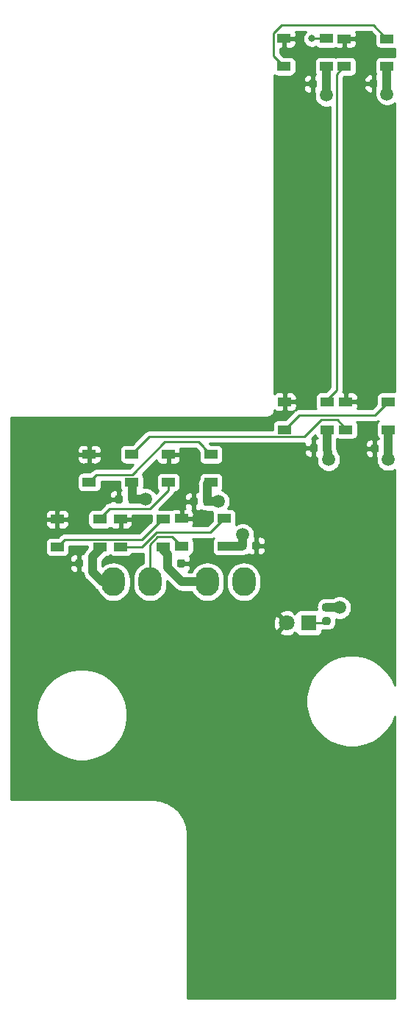
<source format=gbr>
%TF.GenerationSoftware,KiCad,Pcbnew,(5.1.10)-1*%
%TF.CreationDate,2021-11-16T18:42:01+11:00*%
%TF.ProjectId,GEN TIE PCB V2,47454e20-5449-4452-9050-43422056322e,rev?*%
%TF.SameCoordinates,Original*%
%TF.FileFunction,Copper,L1,Top*%
%TF.FilePolarity,Positive*%
%FSLAX46Y46*%
G04 Gerber Fmt 4.6, Leading zero omitted, Abs format (unit mm)*
G04 Created by KiCad (PCBNEW (5.1.10)-1) date 2021-11-16 18:42:01*
%MOMM*%
%LPD*%
G01*
G04 APERTURE LIST*
%TA.AperFunction,ComponentPad*%
%ADD10O,2.700000X3.300000*%
%TD*%
%TA.AperFunction,SMDPad,CuDef*%
%ADD11R,1.500000X1.000000*%
%TD*%
%TA.AperFunction,ComponentPad*%
%ADD12C,1.800000*%
%TD*%
%TA.AperFunction,ComponentPad*%
%ADD13R,1.800000X1.800000*%
%TD*%
%TA.AperFunction,ViaPad*%
%ADD14C,1.500000*%
%TD*%
%TA.AperFunction,ViaPad*%
%ADD15C,0.800000*%
%TD*%
%TA.AperFunction,Conductor*%
%ADD16C,0.250000*%
%TD*%
%TA.AperFunction,Conductor*%
%ADD17C,1.000000*%
%TD*%
%TA.AperFunction,Conductor*%
%ADD18C,0.254000*%
%TD*%
%TA.AperFunction,Conductor*%
%ADD19C,0.100000*%
%TD*%
G04 APERTURE END LIST*
D10*
%TO.P,J1,4*%
%TO.N,/DATAIN*%
X144662000Y-111848000D03*
%TO.P,J1,3*%
%TO.N,/LEDGND*%
X140462000Y-111848000D03*
%TO.P,J1,2*%
%TO.N,/LED+5V*%
X144662000Y-117348000D03*
%TO.P,J1,1*%
%TA.AperFunction,ComponentPad*%
G36*
G01*
X139112000Y-118746900D02*
X139112000Y-115949100D01*
G75*
G02*
X139363100Y-115698000I251100J0D01*
G01*
X141560900Y-115698000D01*
G75*
G02*
X141812000Y-115949100I0J-251100D01*
G01*
X141812000Y-118746900D01*
G75*
G02*
X141560900Y-118998000I-251100J0D01*
G01*
X139363100Y-118998000D01*
G75*
G02*
X139112000Y-118746900I0J251100D01*
G01*
G37*
%TD.AperFunction*%
%TD*%
%TO.P,J2,4*%
%TO.N,/DATAOUT*%
X133858000Y-111848000D03*
%TO.P,J2,3*%
%TO.N,/LEDGND*%
X129658000Y-111848000D03*
%TO.P,J2,2*%
%TO.N,/LED+5V*%
X133858000Y-117348000D03*
%TO.P,J2,1*%
%TA.AperFunction,ComponentPad*%
G36*
G01*
X128308000Y-118746900D02*
X128308000Y-115949100D01*
G75*
G02*
X128559100Y-115698000I251100J0D01*
G01*
X130756900Y-115698000D01*
G75*
G02*
X131008000Y-115949100I0J-251100D01*
G01*
X131008000Y-118746900D01*
G75*
G02*
X130756900Y-118998000I-251100J0D01*
G01*
X128559100Y-118998000D01*
G75*
G02*
X128308000Y-118746900I0J251100D01*
G01*
G37*
%TD.AperFunction*%
%TD*%
D11*
%TO.P,D8,1*%
%TO.N,/LED+5V*%
X130482000Y-104648000D03*
%TO.P,D8,2*%
%TO.N,Net-(D8-Pad2)*%
X130482000Y-107848000D03*
%TO.P,D8,4*%
%TO.N,Net-(D7-Pad2)*%
X135382000Y-104648000D03*
%TO.P,D8,3*%
%TO.N,/LEDGND*%
X135382000Y-107848000D03*
%TD*%
%TO.P,D7,1*%
%TO.N,/LED+5V*%
X123190000Y-104648000D03*
%TO.P,D7,2*%
%TO.N,Net-(D7-Pad2)*%
X123190000Y-107848000D03*
%TO.P,D7,4*%
%TO.N,Net-(D6-Pad2)*%
X128090000Y-104648000D03*
%TO.P,D7,3*%
%TO.N,/LEDGND*%
X128090000Y-107848000D03*
%TD*%
%TO.P,D6,1*%
%TO.N,/LED+5V*%
X135980000Y-97206000D03*
%TO.P,D6,2*%
%TO.N,Net-(D6-Pad2)*%
X135980000Y-100406000D03*
%TO.P,D6,4*%
%TO.N,Net-(D5-Pad2)*%
X140880000Y-97206000D03*
%TO.P,D6,3*%
%TO.N,/LEDGND*%
X140880000Y-100406000D03*
%TD*%
%TO.P,C8,2*%
%TO.N,/LEDGND*%
%TA.AperFunction,SMDPad,CuDef*%
G36*
G01*
X136340000Y-109478000D02*
X136340000Y-109978000D01*
G75*
G02*
X136115000Y-110203000I-225000J0D01*
G01*
X135665000Y-110203000D01*
G75*
G02*
X135440000Y-109978000I0J225000D01*
G01*
X135440000Y-109478000D01*
G75*
G02*
X135665000Y-109253000I225000J0D01*
G01*
X136115000Y-109253000D01*
G75*
G02*
X136340000Y-109478000I0J-225000D01*
G01*
G37*
%TD.AperFunction*%
%TO.P,C8,1*%
%TO.N,/LED+5V*%
%TA.AperFunction,SMDPad,CuDef*%
G36*
G01*
X137890000Y-109478000D02*
X137890000Y-109978000D01*
G75*
G02*
X137665000Y-110203000I-225000J0D01*
G01*
X137215000Y-110203000D01*
G75*
G02*
X136990000Y-109978000I0J225000D01*
G01*
X136990000Y-109478000D01*
G75*
G02*
X137215000Y-109253000I225000J0D01*
G01*
X137665000Y-109253000D01*
G75*
G02*
X137890000Y-109478000I0J-225000D01*
G01*
G37*
%TD.AperFunction*%
%TD*%
%TO.P,C1,2*%
%TO.N,/LEDGND*%
%TA.AperFunction,SMDPad,CuDef*%
G36*
G01*
X153717000Y-54824000D02*
X153717000Y-54324000D01*
G75*
G02*
X153942000Y-54099000I225000J0D01*
G01*
X154392000Y-54099000D01*
G75*
G02*
X154617000Y-54324000I0J-225000D01*
G01*
X154617000Y-54824000D01*
G75*
G02*
X154392000Y-55049000I-225000J0D01*
G01*
X153942000Y-55049000D01*
G75*
G02*
X153717000Y-54824000I0J225000D01*
G01*
G37*
%TD.AperFunction*%
%TO.P,C1,1*%
%TO.N,/LED+5V*%
%TA.AperFunction,SMDPad,CuDef*%
G36*
G01*
X152167000Y-54824000D02*
X152167000Y-54324000D01*
G75*
G02*
X152392000Y-54099000I225000J0D01*
G01*
X152842000Y-54099000D01*
G75*
G02*
X153067000Y-54324000I0J-225000D01*
G01*
X153067000Y-54824000D01*
G75*
G02*
X152842000Y-55049000I-225000J0D01*
G01*
X152392000Y-55049000D01*
G75*
G02*
X152167000Y-54824000I0J225000D01*
G01*
G37*
%TD.AperFunction*%
%TD*%
%TO.P,C9,2*%
%TO.N,/LEDGND*%
%TA.AperFunction,SMDPad,CuDef*%
G36*
G01*
X144976000Y-107446000D02*
X144976000Y-107946000D01*
G75*
G02*
X144751000Y-108171000I-225000J0D01*
G01*
X144301000Y-108171000D01*
G75*
G02*
X144076000Y-107946000I0J225000D01*
G01*
X144076000Y-107446000D01*
G75*
G02*
X144301000Y-107221000I225000J0D01*
G01*
X144751000Y-107221000D01*
G75*
G02*
X144976000Y-107446000I0J-225000D01*
G01*
G37*
%TD.AperFunction*%
%TO.P,C9,1*%
%TO.N,/LED+5V*%
%TA.AperFunction,SMDPad,CuDef*%
G36*
G01*
X146526000Y-107446000D02*
X146526000Y-107946000D01*
G75*
G02*
X146301000Y-108171000I-225000J0D01*
G01*
X145851000Y-108171000D01*
G75*
G02*
X145626000Y-107946000I0J225000D01*
G01*
X145626000Y-107446000D01*
G75*
G02*
X145851000Y-107221000I225000J0D01*
G01*
X146301000Y-107221000D01*
G75*
G02*
X146526000Y-107446000I0J-225000D01*
G01*
G37*
%TD.AperFunction*%
%TD*%
%TO.P,C7,2*%
%TO.N,/LEDGND*%
%TA.AperFunction,SMDPad,CuDef*%
G36*
G01*
X126804000Y-109978000D02*
X126804000Y-109478000D01*
G75*
G02*
X127029000Y-109253000I225000J0D01*
G01*
X127479000Y-109253000D01*
G75*
G02*
X127704000Y-109478000I0J-225000D01*
G01*
X127704000Y-109978000D01*
G75*
G02*
X127479000Y-110203000I-225000J0D01*
G01*
X127029000Y-110203000D01*
G75*
G02*
X126804000Y-109978000I0J225000D01*
G01*
G37*
%TD.AperFunction*%
%TO.P,C7,1*%
%TO.N,/LED+5V*%
%TA.AperFunction,SMDPad,CuDef*%
G36*
G01*
X125254000Y-109978000D02*
X125254000Y-109478000D01*
G75*
G02*
X125479000Y-109253000I225000J0D01*
G01*
X125929000Y-109253000D01*
G75*
G02*
X126154000Y-109478000I0J-225000D01*
G01*
X126154000Y-109978000D01*
G75*
G02*
X125929000Y-110203000I-225000J0D01*
G01*
X125479000Y-110203000D01*
G75*
G02*
X125254000Y-109978000I0J225000D01*
G01*
G37*
%TD.AperFunction*%
%TD*%
%TO.P,C6,2*%
%TO.N,/LEDGND*%
%TA.AperFunction,SMDPad,CuDef*%
G36*
G01*
X140012000Y-102866000D02*
X140012000Y-102366000D01*
G75*
G02*
X140237000Y-102141000I225000J0D01*
G01*
X140687000Y-102141000D01*
G75*
G02*
X140912000Y-102366000I0J-225000D01*
G01*
X140912000Y-102866000D01*
G75*
G02*
X140687000Y-103091000I-225000J0D01*
G01*
X140237000Y-103091000D01*
G75*
G02*
X140012000Y-102866000I0J225000D01*
G01*
G37*
%TD.AperFunction*%
%TO.P,C6,1*%
%TO.N,/LED+5V*%
%TA.AperFunction,SMDPad,CuDef*%
G36*
G01*
X138462000Y-102866000D02*
X138462000Y-102366000D01*
G75*
G02*
X138687000Y-102141000I225000J0D01*
G01*
X139137000Y-102141000D01*
G75*
G02*
X139362000Y-102366000I0J-225000D01*
G01*
X139362000Y-102866000D01*
G75*
G02*
X139137000Y-103091000I-225000J0D01*
G01*
X138687000Y-103091000D01*
G75*
G02*
X138462000Y-102866000I0J225000D01*
G01*
G37*
%TD.AperFunction*%
%TD*%
%TO.P,C5,2*%
%TO.N,/LEDGND*%
%TA.AperFunction,SMDPad,CuDef*%
G36*
G01*
X131376000Y-102612000D02*
X131376000Y-102112000D01*
G75*
G02*
X131601000Y-101887000I225000J0D01*
G01*
X132051000Y-101887000D01*
G75*
G02*
X132276000Y-102112000I0J-225000D01*
G01*
X132276000Y-102612000D01*
G75*
G02*
X132051000Y-102837000I-225000J0D01*
G01*
X131601000Y-102837000D01*
G75*
G02*
X131376000Y-102612000I0J225000D01*
G01*
G37*
%TD.AperFunction*%
%TO.P,C5,1*%
%TO.N,/LED+5V*%
%TA.AperFunction,SMDPad,CuDef*%
G36*
G01*
X129826000Y-102612000D02*
X129826000Y-102112000D01*
G75*
G02*
X130051000Y-101887000I225000J0D01*
G01*
X130501000Y-101887000D01*
G75*
G02*
X130726000Y-102112000I0J-225000D01*
G01*
X130726000Y-102612000D01*
G75*
G02*
X130501000Y-102837000I-225000J0D01*
G01*
X130051000Y-102837000D01*
G75*
G02*
X129826000Y-102612000I0J225000D01*
G01*
G37*
%TD.AperFunction*%
%TD*%
%TO.P,C4,2*%
%TO.N,/LEDGND*%
%TA.AperFunction,SMDPad,CuDef*%
G36*
G01*
X160853000Y-96770000D02*
X160853000Y-96270000D01*
G75*
G02*
X161078000Y-96045000I225000J0D01*
G01*
X161528000Y-96045000D01*
G75*
G02*
X161753000Y-96270000I0J-225000D01*
G01*
X161753000Y-96770000D01*
G75*
G02*
X161528000Y-96995000I-225000J0D01*
G01*
X161078000Y-96995000D01*
G75*
G02*
X160853000Y-96770000I0J225000D01*
G01*
G37*
%TD.AperFunction*%
%TO.P,C4,1*%
%TO.N,/LED+5V*%
%TA.AperFunction,SMDPad,CuDef*%
G36*
G01*
X159303000Y-96770000D02*
X159303000Y-96270000D01*
G75*
G02*
X159528000Y-96045000I225000J0D01*
G01*
X159978000Y-96045000D01*
G75*
G02*
X160203000Y-96270000I0J-225000D01*
G01*
X160203000Y-96770000D01*
G75*
G02*
X159978000Y-96995000I-225000J0D01*
G01*
X159528000Y-96995000D01*
G75*
G02*
X159303000Y-96770000I0J225000D01*
G01*
G37*
%TD.AperFunction*%
%TD*%
%TO.P,C3,2*%
%TO.N,/LEDGND*%
%TA.AperFunction,SMDPad,CuDef*%
G36*
G01*
X153827000Y-96714000D02*
X153827000Y-96214000D01*
G75*
G02*
X154052000Y-95989000I225000J0D01*
G01*
X154502000Y-95989000D01*
G75*
G02*
X154727000Y-96214000I0J-225000D01*
G01*
X154727000Y-96714000D01*
G75*
G02*
X154502000Y-96939000I-225000J0D01*
G01*
X154052000Y-96939000D01*
G75*
G02*
X153827000Y-96714000I0J225000D01*
G01*
G37*
%TD.AperFunction*%
%TO.P,C3,1*%
%TO.N,/LED+5V*%
%TA.AperFunction,SMDPad,CuDef*%
G36*
G01*
X152277000Y-96714000D02*
X152277000Y-96214000D01*
G75*
G02*
X152502000Y-95989000I225000J0D01*
G01*
X152952000Y-95989000D01*
G75*
G02*
X153177000Y-96214000I0J-225000D01*
G01*
X153177000Y-96714000D01*
G75*
G02*
X152952000Y-96939000I-225000J0D01*
G01*
X152502000Y-96939000D01*
G75*
G02*
X152277000Y-96714000I0J225000D01*
G01*
G37*
%TD.AperFunction*%
%TD*%
%TO.P,C2,2*%
%TO.N,/LEDGND*%
%TA.AperFunction,SMDPad,CuDef*%
G36*
G01*
X160712000Y-54794000D02*
X160712000Y-54294000D01*
G75*
G02*
X160937000Y-54069000I225000J0D01*
G01*
X161387000Y-54069000D01*
G75*
G02*
X161612000Y-54294000I0J-225000D01*
G01*
X161612000Y-54794000D01*
G75*
G02*
X161387000Y-55019000I-225000J0D01*
G01*
X160937000Y-55019000D01*
G75*
G02*
X160712000Y-54794000I0J225000D01*
G01*
G37*
%TD.AperFunction*%
%TO.P,C2,1*%
%TO.N,/LED+5V*%
%TA.AperFunction,SMDPad,CuDef*%
G36*
G01*
X159162000Y-54794000D02*
X159162000Y-54294000D01*
G75*
G02*
X159387000Y-54069000I225000J0D01*
G01*
X159837000Y-54069000D01*
G75*
G02*
X160062000Y-54294000I0J-225000D01*
G01*
X160062000Y-54794000D01*
G75*
G02*
X159837000Y-55019000I-225000J0D01*
G01*
X159387000Y-55019000D01*
G75*
G02*
X159162000Y-54794000I0J225000D01*
G01*
G37*
%TD.AperFunction*%
%TD*%
%TO.P,D5,1*%
%TO.N,/LED+5V*%
X126862000Y-97184000D03*
%TO.P,D5,2*%
%TO.N,Net-(D5-Pad2)*%
X126862000Y-100384000D03*
%TO.P,D5,4*%
%TO.N,Net-(D4-Pad2)*%
X131762000Y-97184000D03*
%TO.P,D5,3*%
%TO.N,/LEDGND*%
X131762000Y-100384000D03*
%TD*%
%TO.P,D2,1*%
%TO.N,/LED+5V*%
X156252000Y-49384000D03*
%TO.P,D2,2*%
%TO.N,Net-(D2-Pad2)*%
X156252000Y-52584000D03*
%TO.P,D2,4*%
%TO.N,Net-(D1-Pad2)*%
X161152000Y-49384000D03*
%TO.P,D2,3*%
%TO.N,/LEDGND*%
X161152000Y-52584000D03*
%TD*%
%TO.P,D4,1*%
%TO.N,/LED+5V*%
X156422000Y-91144000D03*
%TO.P,D4,2*%
%TO.N,Net-(D4-Pad2)*%
X156422000Y-94344000D03*
%TO.P,D4,4*%
%TO.N,Net-(D3-Pad2)*%
X161322000Y-91144000D03*
%TO.P,D4,3*%
%TO.N,/LEDGND*%
X161322000Y-94344000D03*
%TD*%
%TO.P,D1,1*%
%TO.N,/LED+5V*%
X149292000Y-49374000D03*
%TO.P,D1,2*%
%TO.N,Net-(D1-Pad2)*%
X149292000Y-52574000D03*
%TO.P,D1,4*%
%TO.N,/DATAIN*%
X154192000Y-49374000D03*
%TO.P,D1,3*%
%TO.N,/LEDGND*%
X154192000Y-52574000D03*
%TD*%
%TO.P,D9,1*%
%TO.N,/LED+5V*%
X137512000Y-104564000D03*
%TO.P,D9,2*%
%TO.N,/DATAOUT*%
X137512000Y-107764000D03*
%TO.P,D9,4*%
%TO.N,Net-(D8-Pad2)*%
X142412000Y-104564000D03*
%TO.P,D9,3*%
%TO.N,/LEDGND*%
X142412000Y-107764000D03*
%TD*%
%TO.P,D3,1*%
%TO.N,/LED+5V*%
X149372000Y-91144000D03*
%TO.P,D3,2*%
%TO.N,Net-(D3-Pad2)*%
X149372000Y-94344000D03*
%TO.P,D3,4*%
%TO.N,Net-(D2-Pad2)*%
X154272000Y-91144000D03*
%TO.P,D3,3*%
%TO.N,/LEDGND*%
X154272000Y-94344000D03*
%TD*%
D12*
%TO.P,D10,2*%
%TO.N,/LED+5V*%
X149606000Y-116586000D03*
D13*
%TO.P,D10,1*%
%TO.N,Net-(D10-Pad1)*%
X152146000Y-116586000D03*
%TD*%
%TO.P,R1,2*%
%TO.N,/LEDGND*%
%TA.AperFunction,SMDPad,CuDef*%
G36*
G01*
X154434250Y-115220000D02*
X153921750Y-115220000D01*
G75*
G02*
X153703000Y-115001250I0J218750D01*
G01*
X153703000Y-114563750D01*
G75*
G02*
X153921750Y-114345000I218750J0D01*
G01*
X154434250Y-114345000D01*
G75*
G02*
X154653000Y-114563750I0J-218750D01*
G01*
X154653000Y-115001250D01*
G75*
G02*
X154434250Y-115220000I-218750J0D01*
G01*
G37*
%TD.AperFunction*%
%TO.P,R1,1*%
%TO.N,Net-(D10-Pad1)*%
%TA.AperFunction,SMDPad,CuDef*%
G36*
G01*
X154434250Y-116795000D02*
X153921750Y-116795000D01*
G75*
G02*
X153703000Y-116576250I0J218750D01*
G01*
X153703000Y-116138750D01*
G75*
G02*
X153921750Y-115920000I218750J0D01*
G01*
X154434250Y-115920000D01*
G75*
G02*
X154653000Y-116138750I0J-218750D01*
G01*
X154653000Y-116576250D01*
G75*
G02*
X154434250Y-116795000I-218750J0D01*
G01*
G37*
%TD.AperFunction*%
%TD*%
D14*
%TO.N,/LEDGND*%
X161162000Y-55752000D03*
X154178000Y-55880000D03*
X161303000Y-97777000D03*
X154432000Y-97790000D03*
X133350000Y-102362000D03*
X144526000Y-106426000D03*
X141732000Y-102616000D03*
X155702000Y-114808000D03*
%TO.N,/LED+5V*%
X151130000Y-105410000D03*
X151130000Y-106934000D03*
D15*
%TO.N,/DATAIN*%
X152498000Y-49374000D03*
%TD*%
D16*
%TO.N,Net-(D1-Pad2)*%
X159622000Y-47854000D02*
X161152000Y-49384000D01*
X149292000Y-52574000D02*
X148082000Y-51364000D01*
X148976998Y-47854000D02*
X159622000Y-47854000D01*
X148082000Y-48748998D02*
X148976998Y-47854000D01*
X148082000Y-51364000D02*
X148082000Y-48748998D01*
%TO.N,Net-(D2-Pad2)*%
X156252000Y-52584000D02*
X155346999Y-53489001D01*
X154272000Y-90889998D02*
X155346999Y-89814999D01*
X154272000Y-91144000D02*
X154272000Y-90889998D01*
X155346999Y-53489001D02*
X155346999Y-89814999D01*
%TO.N,Net-(D3-Pad2)*%
X149372000Y-94344000D02*
X151006000Y-92710000D01*
X159756000Y-92710000D02*
X161322000Y-91144000D01*
X151006000Y-92710000D02*
X159756000Y-92710000D01*
%TO.N,Net-(D4-Pad2)*%
X133776999Y-95169001D02*
X131762000Y-97184000D01*
X151611997Y-95169001D02*
X133776999Y-95169001D01*
X153562998Y-93218000D02*
X151611997Y-95169001D01*
X155448000Y-93218000D02*
X153562998Y-93218000D01*
X156422000Y-94192000D02*
X155448000Y-93218000D01*
X156422000Y-94344000D02*
X156422000Y-94192000D01*
%TO.N,Net-(D6-Pad2)*%
X135980000Y-101323002D02*
X135980000Y-100406000D01*
X133866001Y-103437001D02*
X135980000Y-101323002D01*
X129226999Y-103437001D02*
X133866001Y-103437001D01*
X128090000Y-104574000D02*
X129226999Y-103437001D01*
X128090000Y-104648000D02*
X128090000Y-104574000D01*
%TO.N,Net-(D8-Pad2)*%
X130482000Y-107848000D02*
X132944000Y-107848000D01*
X132944000Y-107848000D02*
X134620000Y-106172000D01*
X140804000Y-106172000D02*
X142412000Y-104564000D01*
X134620000Y-106172000D02*
X140804000Y-106172000D01*
D17*
%TO.N,/LEDGND*%
X154192000Y-54549000D02*
X154167000Y-54574000D01*
X154192000Y-52574000D02*
X154192000Y-54549000D01*
X161152000Y-54534000D02*
X161162000Y-54544000D01*
X161152000Y-52584000D02*
X161152000Y-54534000D01*
X161162000Y-54544000D02*
X161162000Y-55752000D01*
X161162000Y-55752000D02*
X161162000Y-55752000D01*
X154167000Y-54574000D02*
X154178000Y-55880000D01*
X154178000Y-55880000D02*
X154167000Y-55869000D01*
X161303000Y-94363000D02*
X161322000Y-94344000D01*
X161303000Y-96520000D02*
X161303000Y-94363000D01*
X161303000Y-96520000D02*
X161303000Y-97777000D01*
X161303000Y-97777000D02*
X161303000Y-97777000D01*
X154272000Y-96459000D02*
X154277000Y-96464000D01*
X154272000Y-94344000D02*
X154272000Y-96459000D01*
X154277000Y-96464000D02*
X154432000Y-97790000D01*
X154432000Y-97790000D02*
X154277000Y-97635000D01*
X131826000Y-100448000D02*
X131762000Y-100384000D01*
X131826000Y-102362000D02*
X131826000Y-100448000D01*
X144458000Y-107764000D02*
X144526000Y-107696000D01*
X142412000Y-107764000D02*
X144458000Y-107764000D01*
X131826000Y-102362000D02*
X133350000Y-102362000D01*
X133350000Y-102362000D02*
X133350000Y-102362000D01*
X144526000Y-107696000D02*
X144526000Y-106426000D01*
X144526000Y-106426000D02*
X144526000Y-106426000D01*
X140462000Y-102616000D02*
X141732000Y-102616000D01*
X141732000Y-102616000D02*
X141732000Y-102616000D01*
X154178000Y-114782500D02*
X155702000Y-114808000D01*
X155702000Y-114808000D02*
X155676500Y-114782500D01*
X128090000Y-107848000D02*
X128090000Y-108130000D01*
X127254000Y-108966000D02*
X127254000Y-109728000D01*
X128090000Y-108130000D02*
X127254000Y-108966000D01*
X127254000Y-109728000D02*
X127254000Y-110744000D01*
X128358000Y-111848000D02*
X129658000Y-111848000D01*
X127254000Y-110744000D02*
X128358000Y-111848000D01*
X135382000Y-107848000D02*
X135382000Y-108204000D01*
X135890000Y-108712000D02*
X135890000Y-109728000D01*
X135382000Y-108204000D02*
X135890000Y-108712000D01*
X135890000Y-110203000D02*
X135890000Y-109728000D01*
X137535000Y-111848000D02*
X135890000Y-110203000D01*
X140462000Y-111848000D02*
X137535000Y-111848000D01*
X140880000Y-100406000D02*
X140640000Y-100406000D01*
X140462000Y-100584000D02*
X140462000Y-102616000D01*
X140640000Y-100406000D02*
X140462000Y-100584000D01*
D16*
%TO.N,/DATAIN*%
X154192000Y-49374000D02*
X152498000Y-49374000D01*
X152498000Y-49374000D02*
X152498000Y-49374000D01*
%TO.N,/DATAOUT*%
X137512000Y-107764000D02*
X136428000Y-106680000D01*
X133858000Y-107570410D02*
X133858000Y-111848000D01*
X134748410Y-106680000D02*
X133858000Y-107570410D01*
X136428000Y-106680000D02*
X134748410Y-106680000D01*
%TO.N,Net-(D5-Pad2)*%
X127687001Y-99558999D02*
X126862000Y-100384000D01*
X131791999Y-99558999D02*
X127687001Y-99558999D01*
X140054999Y-96366999D02*
X139446000Y-95758000D01*
X139446000Y-95758000D02*
X135592998Y-95758000D01*
X140054999Y-96380999D02*
X140054999Y-96366999D01*
X135592998Y-95758000D02*
X131791999Y-99558999D01*
X140880000Y-97206000D02*
X140054999Y-96380999D01*
%TO.N,Net-(D7-Pad2)*%
X124015001Y-107022999D02*
X132930999Y-107022999D01*
X123190000Y-107848000D02*
X124015001Y-107022999D01*
X135305998Y-104648000D02*
X135382000Y-104648000D01*
X132930999Y-107022999D02*
X135305998Y-104648000D01*
%TO.N,Net-(D10-Pad1)*%
X153949500Y-116586000D02*
X154178000Y-116357500D01*
X152146000Y-116586000D02*
X153949500Y-116586000D01*
%TD*%
D18*
%TO.N,/LED+5V*%
X151694063Y-48714226D02*
X151580795Y-48883744D01*
X151502774Y-49072102D01*
X151463000Y-49272061D01*
X151463000Y-49475939D01*
X151502774Y-49675898D01*
X151580795Y-49864256D01*
X151694063Y-50033774D01*
X151838226Y-50177937D01*
X152007744Y-50291205D01*
X152196102Y-50369226D01*
X152396061Y-50409000D01*
X152599939Y-50409000D01*
X152799898Y-50369226D01*
X152969354Y-50299035D01*
X152990815Y-50325185D01*
X153087506Y-50404537D01*
X153197820Y-50463502D01*
X153317518Y-50499812D01*
X153442000Y-50512072D01*
X154942000Y-50512072D01*
X155066482Y-50499812D01*
X155186180Y-50463502D01*
X155212646Y-50449356D01*
X155257820Y-50473502D01*
X155377518Y-50509812D01*
X155502000Y-50522072D01*
X155966250Y-50519000D01*
X156125000Y-50360250D01*
X156125000Y-49511000D01*
X156379000Y-49511000D01*
X156379000Y-50360250D01*
X156537750Y-50519000D01*
X157002000Y-50522072D01*
X157126482Y-50509812D01*
X157246180Y-50473502D01*
X157356494Y-50414537D01*
X157453185Y-50335185D01*
X157532537Y-50238494D01*
X157591502Y-50128180D01*
X157627812Y-50008482D01*
X157640072Y-49884000D01*
X157637000Y-49669750D01*
X157478250Y-49511000D01*
X156379000Y-49511000D01*
X156125000Y-49511000D01*
X156105000Y-49511000D01*
X156105000Y-49257000D01*
X156125000Y-49257000D01*
X156125000Y-49237000D01*
X156379000Y-49237000D01*
X156379000Y-49257000D01*
X157478250Y-49257000D01*
X157637000Y-49098250D01*
X157640072Y-48884000D01*
X157627812Y-48759518D01*
X157591502Y-48639820D01*
X157577701Y-48614000D01*
X159307199Y-48614000D01*
X159763928Y-49070729D01*
X159763928Y-49884000D01*
X159776188Y-50008482D01*
X159812498Y-50128180D01*
X159871463Y-50238494D01*
X159950815Y-50335185D01*
X160047506Y-50414537D01*
X160157820Y-50473502D01*
X160277518Y-50509812D01*
X160402000Y-50522072D01*
X161902000Y-50522072D01*
X162026482Y-50509812D01*
X162086264Y-50491677D01*
X162086264Y-51476323D01*
X162026482Y-51458188D01*
X161902000Y-51445928D01*
X161176561Y-51445928D01*
X161152000Y-51443509D01*
X161127439Y-51445928D01*
X160402000Y-51445928D01*
X160277518Y-51458188D01*
X160157820Y-51494498D01*
X160047506Y-51553463D01*
X159950815Y-51632815D01*
X159871463Y-51729506D01*
X159812498Y-51839820D01*
X159776188Y-51959518D01*
X159763928Y-52084000D01*
X159763928Y-53084000D01*
X159776188Y-53208482D01*
X159812498Y-53328180D01*
X159871463Y-53438494D01*
X159881286Y-53450464D01*
X159739000Y-53592750D01*
X159739000Y-54417000D01*
X159759000Y-54417000D01*
X159759000Y-54671000D01*
X159739000Y-54671000D01*
X159739000Y-55495250D01*
X159790661Y-55546911D01*
X159777000Y-55615589D01*
X159777000Y-55888411D01*
X159830225Y-56155989D01*
X159934629Y-56408043D01*
X160086201Y-56634886D01*
X160279114Y-56827799D01*
X160505957Y-56979371D01*
X160758011Y-57083775D01*
X161025589Y-57137000D01*
X161298411Y-57137000D01*
X161565989Y-57083775D01*
X161818043Y-56979371D01*
X162044886Y-56827799D01*
X162086264Y-56786421D01*
X162086264Y-90007333D01*
X162072000Y-90005928D01*
X160572000Y-90005928D01*
X160447518Y-90018188D01*
X160327820Y-90054498D01*
X160217506Y-90113463D01*
X160120815Y-90192815D01*
X160041463Y-90289506D01*
X159982498Y-90399820D01*
X159946188Y-90519518D01*
X159933928Y-90644000D01*
X159933928Y-91457270D01*
X159441199Y-91950000D01*
X157728458Y-91950000D01*
X157761502Y-91888180D01*
X157797812Y-91768482D01*
X157810072Y-91644000D01*
X157807000Y-91429750D01*
X157648250Y-91271000D01*
X156549000Y-91271000D01*
X156549000Y-91291000D01*
X156295000Y-91291000D01*
X156295000Y-91271000D01*
X156275000Y-91271000D01*
X156275000Y-91017000D01*
X156295000Y-91017000D01*
X156295000Y-90167750D01*
X156549000Y-90167750D01*
X156549000Y-91017000D01*
X157648250Y-91017000D01*
X157807000Y-90858250D01*
X157810072Y-90644000D01*
X157797812Y-90519518D01*
X157761502Y-90399820D01*
X157702537Y-90289506D01*
X157623185Y-90192815D01*
X157526494Y-90113463D01*
X157416180Y-90054498D01*
X157296482Y-90018188D01*
X157172000Y-90005928D01*
X156707750Y-90009000D01*
X156549000Y-90167750D01*
X156295000Y-90167750D01*
X156136250Y-90009000D01*
X156082455Y-90008644D01*
X156096002Y-89963985D01*
X156106999Y-89852332D01*
X156106999Y-89852323D01*
X156110675Y-89815000D01*
X156106999Y-89777677D01*
X156106999Y-55019000D01*
X158523928Y-55019000D01*
X158536188Y-55143482D01*
X158572498Y-55263180D01*
X158631463Y-55373494D01*
X158710815Y-55470185D01*
X158807506Y-55549537D01*
X158917820Y-55608502D01*
X159037518Y-55644812D01*
X159162000Y-55657072D01*
X159326250Y-55654000D01*
X159485000Y-55495250D01*
X159485000Y-54671000D01*
X158685750Y-54671000D01*
X158527000Y-54829750D01*
X158523928Y-55019000D01*
X156106999Y-55019000D01*
X156106999Y-54069000D01*
X158523928Y-54069000D01*
X158527000Y-54258250D01*
X158685750Y-54417000D01*
X159485000Y-54417000D01*
X159485000Y-53592750D01*
X159326250Y-53434000D01*
X159162000Y-53430928D01*
X159037518Y-53443188D01*
X158917820Y-53479498D01*
X158807506Y-53538463D01*
X158710815Y-53617815D01*
X158631463Y-53714506D01*
X158572498Y-53824820D01*
X158536188Y-53944518D01*
X158523928Y-54069000D01*
X156106999Y-54069000D01*
X156106999Y-53803802D01*
X156188729Y-53722072D01*
X157002000Y-53722072D01*
X157126482Y-53709812D01*
X157246180Y-53673502D01*
X157356494Y-53614537D01*
X157453185Y-53535185D01*
X157532537Y-53438494D01*
X157591502Y-53328180D01*
X157627812Y-53208482D01*
X157640072Y-53084000D01*
X157640072Y-52084000D01*
X157627812Y-51959518D01*
X157591502Y-51839820D01*
X157532537Y-51729506D01*
X157453185Y-51632815D01*
X157356494Y-51553463D01*
X157246180Y-51494498D01*
X157126482Y-51458188D01*
X157002000Y-51445928D01*
X155502000Y-51445928D01*
X155377518Y-51458188D01*
X155257820Y-51494498D01*
X155231354Y-51508644D01*
X155186180Y-51484498D01*
X155066482Y-51448188D01*
X154942000Y-51435928D01*
X154216561Y-51435928D01*
X154192000Y-51433509D01*
X154167439Y-51435928D01*
X153442000Y-51435928D01*
X153317518Y-51448188D01*
X153197820Y-51484498D01*
X153087506Y-51543463D01*
X152990815Y-51622815D01*
X152911463Y-51719506D01*
X152852498Y-51829820D01*
X152816188Y-51949518D01*
X152803928Y-52074000D01*
X152803928Y-53074000D01*
X152816188Y-53198482D01*
X152852498Y-53318180D01*
X152911463Y-53428494D01*
X152940030Y-53463303D01*
X152902750Y-53464000D01*
X152744000Y-53622750D01*
X152744000Y-54447000D01*
X152764000Y-54447000D01*
X152764000Y-54701000D01*
X152744000Y-54701000D01*
X152744000Y-55525250D01*
X152821095Y-55602345D01*
X152793000Y-55743589D01*
X152793000Y-56016411D01*
X152846225Y-56283989D01*
X152950629Y-56536043D01*
X153102201Y-56762886D01*
X153295114Y-56955799D01*
X153521957Y-57107371D01*
X153774011Y-57211775D01*
X154041589Y-57265000D01*
X154314411Y-57265000D01*
X154581989Y-57211775D01*
X154586999Y-57209700D01*
X154587000Y-89500196D01*
X154081269Y-90005928D01*
X153522000Y-90005928D01*
X153397518Y-90018188D01*
X153277820Y-90054498D01*
X153167506Y-90113463D01*
X153070815Y-90192815D01*
X152991463Y-90289506D01*
X152932498Y-90399820D01*
X152896188Y-90519518D01*
X152883928Y-90644000D01*
X152883928Y-91644000D01*
X152896188Y-91768482D01*
X152932498Y-91888180D01*
X152965542Y-91950000D01*
X151043323Y-91950000D01*
X151006000Y-91946324D01*
X150968677Y-91950000D01*
X150968667Y-91950000D01*
X150857014Y-91960997D01*
X150733401Y-91998494D01*
X150713753Y-92004454D01*
X150595985Y-92067403D01*
X150652537Y-91998494D01*
X150711502Y-91888180D01*
X150747812Y-91768482D01*
X150760072Y-91644000D01*
X150757000Y-91429750D01*
X150598250Y-91271000D01*
X149499000Y-91271000D01*
X149499000Y-92120250D01*
X149657750Y-92279000D01*
X150122000Y-92282072D01*
X150246482Y-92269812D01*
X150366180Y-92233502D01*
X150451163Y-92188077D01*
X150442201Y-92198997D01*
X149435271Y-93205928D01*
X148622000Y-93205928D01*
X148497518Y-93218188D01*
X148377820Y-93254498D01*
X148267506Y-93313463D01*
X148170815Y-93392815D01*
X148091463Y-93489506D01*
X148032498Y-93599820D01*
X147996188Y-93719518D01*
X147983928Y-93844000D01*
X147983928Y-94409001D01*
X133814322Y-94409001D01*
X133776999Y-94405325D01*
X133739676Y-94409001D01*
X133739666Y-94409001D01*
X133628013Y-94419998D01*
X133484752Y-94463455D01*
X133352722Y-94534027D01*
X133290005Y-94585498D01*
X133236998Y-94629000D01*
X133213200Y-94657998D01*
X131825271Y-96045928D01*
X131012000Y-96045928D01*
X130887518Y-96058188D01*
X130767820Y-96094498D01*
X130657506Y-96153463D01*
X130560815Y-96232815D01*
X130481463Y-96329506D01*
X130422498Y-96439820D01*
X130386188Y-96559518D01*
X130373928Y-96684000D01*
X130373928Y-97684000D01*
X130386188Y-97808482D01*
X130422498Y-97928180D01*
X130481463Y-98038494D01*
X130560815Y-98135185D01*
X130657506Y-98214537D01*
X130767820Y-98273502D01*
X130887518Y-98309812D01*
X131012000Y-98322072D01*
X131954125Y-98322072D01*
X131477198Y-98798999D01*
X127724334Y-98798999D01*
X127687001Y-98795322D01*
X127649668Y-98798999D01*
X127538015Y-98809996D01*
X127394754Y-98853453D01*
X127262725Y-98924025D01*
X127147000Y-99018998D01*
X127123202Y-99047997D01*
X126925270Y-99245928D01*
X126112000Y-99245928D01*
X125987518Y-99258188D01*
X125867820Y-99294498D01*
X125757506Y-99353463D01*
X125660815Y-99432815D01*
X125581463Y-99529506D01*
X125522498Y-99639820D01*
X125486188Y-99759518D01*
X125473928Y-99884000D01*
X125473928Y-100884000D01*
X125486188Y-101008482D01*
X125522498Y-101128180D01*
X125581463Y-101238494D01*
X125660815Y-101335185D01*
X125757506Y-101414537D01*
X125867820Y-101473502D01*
X125987518Y-101509812D01*
X126112000Y-101522072D01*
X127612000Y-101522072D01*
X127736482Y-101509812D01*
X127856180Y-101473502D01*
X127966494Y-101414537D01*
X128063185Y-101335185D01*
X128142537Y-101238494D01*
X128201502Y-101128180D01*
X128237812Y-101008482D01*
X128250072Y-100884000D01*
X128250072Y-100318999D01*
X130373928Y-100318999D01*
X130373928Y-100884000D01*
X130386188Y-101008482D01*
X130422498Y-101128180D01*
X130481463Y-101238494D01*
X130523741Y-101290009D01*
X130403000Y-101410750D01*
X130403000Y-102235000D01*
X130423000Y-102235000D01*
X130423000Y-102489000D01*
X130403000Y-102489000D01*
X130403000Y-102509000D01*
X130149000Y-102509000D01*
X130149000Y-102489000D01*
X129349750Y-102489000D01*
X129191000Y-102647750D01*
X129190527Y-102676917D01*
X129189675Y-102677001D01*
X129189666Y-102677001D01*
X129078013Y-102687998D01*
X128934752Y-102731455D01*
X128802723Y-102802027D01*
X128802721Y-102802028D01*
X128802722Y-102802028D01*
X128715995Y-102873202D01*
X128715991Y-102873206D01*
X128686998Y-102897000D01*
X128663204Y-102925993D01*
X128079270Y-103509928D01*
X127340000Y-103509928D01*
X127215518Y-103522188D01*
X127095820Y-103558498D01*
X126985506Y-103617463D01*
X126888815Y-103696815D01*
X126809463Y-103793506D01*
X126750498Y-103903820D01*
X126714188Y-104023518D01*
X126701928Y-104148000D01*
X126701928Y-105148000D01*
X126714188Y-105272482D01*
X126750498Y-105392180D01*
X126809463Y-105502494D01*
X126888815Y-105599185D01*
X126985506Y-105678537D01*
X127095820Y-105737502D01*
X127215518Y-105773812D01*
X127340000Y-105786072D01*
X128840000Y-105786072D01*
X128964482Y-105773812D01*
X129084180Y-105737502D01*
X129194494Y-105678537D01*
X129286000Y-105603440D01*
X129377506Y-105678537D01*
X129487820Y-105737502D01*
X129607518Y-105773812D01*
X129732000Y-105786072D01*
X130196250Y-105783000D01*
X130355000Y-105624250D01*
X130355000Y-104775000D01*
X130609000Y-104775000D01*
X130609000Y-105624250D01*
X130767750Y-105783000D01*
X131232000Y-105786072D01*
X131356482Y-105773812D01*
X131476180Y-105737502D01*
X131586494Y-105678537D01*
X131683185Y-105599185D01*
X131762537Y-105502494D01*
X131821502Y-105392180D01*
X131857812Y-105272482D01*
X131870072Y-105148000D01*
X131867000Y-104933750D01*
X131708250Y-104775000D01*
X130609000Y-104775000D01*
X130355000Y-104775000D01*
X130335000Y-104775000D01*
X130335000Y-104521000D01*
X130355000Y-104521000D01*
X130355000Y-104501000D01*
X130609000Y-104501000D01*
X130609000Y-104521000D01*
X131708250Y-104521000D01*
X131867000Y-104362250D01*
X131869369Y-104197001D01*
X133828679Y-104197001D01*
X133866001Y-104200677D01*
X133903323Y-104197001D01*
X133903334Y-104197001D01*
X133993928Y-104188078D01*
X133993928Y-104885268D01*
X132616198Y-106262999D01*
X124052334Y-106262999D01*
X124015001Y-106259322D01*
X123977668Y-106262999D01*
X123866015Y-106273996D01*
X123722754Y-106317453D01*
X123590725Y-106388025D01*
X123475000Y-106482998D01*
X123451202Y-106511997D01*
X123253270Y-106709928D01*
X122440000Y-106709928D01*
X122315518Y-106722188D01*
X122195820Y-106758498D01*
X122085506Y-106817463D01*
X121988815Y-106896815D01*
X121909463Y-106993506D01*
X121850498Y-107103820D01*
X121814188Y-107223518D01*
X121801928Y-107348000D01*
X121801928Y-108348000D01*
X121814188Y-108472482D01*
X121850498Y-108592180D01*
X121909463Y-108702494D01*
X121988815Y-108799185D01*
X122085506Y-108878537D01*
X122195820Y-108937502D01*
X122315518Y-108973812D01*
X122440000Y-108986072D01*
X123940000Y-108986072D01*
X124064482Y-108973812D01*
X124184180Y-108937502D01*
X124294494Y-108878537D01*
X124391185Y-108799185D01*
X124470537Y-108702494D01*
X124529502Y-108592180D01*
X124565812Y-108472482D01*
X124578072Y-108348000D01*
X124578072Y-107782999D01*
X126701928Y-107782999D01*
X126701928Y-107912940D01*
X126490864Y-108124005D01*
X126447551Y-108159551D01*
X126305716Y-108332377D01*
X126209171Y-108513003D01*
X126200324Y-108529554D01*
X126173833Y-108616881D01*
X126154000Y-108614928D01*
X125989750Y-108618000D01*
X125831000Y-108776750D01*
X125831000Y-109601000D01*
X125851000Y-109601000D01*
X125851000Y-109855000D01*
X125831000Y-109855000D01*
X125831000Y-110679250D01*
X125989750Y-110838000D01*
X126123013Y-110840492D01*
X126135423Y-110966499D01*
X126200324Y-111180447D01*
X126305717Y-111377623D01*
X126447552Y-111550449D01*
X126490860Y-111585991D01*
X127516008Y-112611140D01*
X127551551Y-112654449D01*
X127724376Y-112796283D01*
X127724377Y-112796284D01*
X127791165Y-112831983D01*
X127815226Y-112911302D01*
X127999547Y-113256143D01*
X128247603Y-113558398D01*
X128549858Y-113806453D01*
X128894699Y-113990774D01*
X129268873Y-114104278D01*
X129658000Y-114142604D01*
X130047128Y-114104278D01*
X130421302Y-113990774D01*
X130766143Y-113806453D01*
X131068398Y-113558398D01*
X131316453Y-113256143D01*
X131500774Y-112911302D01*
X131614278Y-112537127D01*
X131643000Y-112245509D01*
X131643000Y-111450490D01*
X131614278Y-111158872D01*
X131500774Y-110784698D01*
X131316453Y-110439857D01*
X131068398Y-110137602D01*
X130766143Y-109889547D01*
X130421301Y-109705226D01*
X130047127Y-109591722D01*
X129658000Y-109553396D01*
X129268872Y-109591722D01*
X128894698Y-109705226D01*
X128549857Y-109889547D01*
X128389000Y-110021559D01*
X128389000Y-109436132D01*
X128839061Y-108986072D01*
X128840000Y-108986072D01*
X128964482Y-108973812D01*
X129084180Y-108937502D01*
X129194494Y-108878537D01*
X129286000Y-108803440D01*
X129377506Y-108878537D01*
X129487820Y-108937502D01*
X129607518Y-108973812D01*
X129732000Y-108986072D01*
X131232000Y-108986072D01*
X131356482Y-108973812D01*
X131476180Y-108937502D01*
X131586494Y-108878537D01*
X131683185Y-108799185D01*
X131762537Y-108702494D01*
X131813046Y-108608000D01*
X132906678Y-108608000D01*
X132944000Y-108611676D01*
X132981322Y-108608000D01*
X132981333Y-108608000D01*
X133092986Y-108597003D01*
X133098000Y-108595482D01*
X133098000Y-109704224D01*
X133094698Y-109705226D01*
X132749857Y-109889547D01*
X132447602Y-110137602D01*
X132199547Y-110439857D01*
X132015226Y-110784699D01*
X131901722Y-111158873D01*
X131873000Y-111450491D01*
X131873000Y-112245510D01*
X131901722Y-112537128D01*
X132015226Y-112911302D01*
X132199547Y-113256143D01*
X132447603Y-113558398D01*
X132749858Y-113806453D01*
X133094699Y-113990774D01*
X133468873Y-114104278D01*
X133858000Y-114142604D01*
X134247128Y-114104278D01*
X134621302Y-113990774D01*
X134966143Y-113806453D01*
X135268398Y-113558398D01*
X135516453Y-113256143D01*
X135700774Y-112911302D01*
X135814278Y-112537127D01*
X135843000Y-112245509D01*
X135843000Y-111761131D01*
X136693009Y-112611140D01*
X136728551Y-112654449D01*
X136901377Y-112796284D01*
X137098553Y-112901676D01*
X137312501Y-112966577D01*
X137479248Y-112983000D01*
X137479257Y-112983000D01*
X137534999Y-112988490D01*
X137590741Y-112983000D01*
X138657549Y-112983000D01*
X138803547Y-113256143D01*
X139051603Y-113558398D01*
X139353858Y-113806453D01*
X139698699Y-113990774D01*
X140072873Y-114104278D01*
X140462000Y-114142604D01*
X140851128Y-114104278D01*
X141225302Y-113990774D01*
X141570143Y-113806453D01*
X141872398Y-113558398D01*
X142120453Y-113256143D01*
X142304774Y-112911302D01*
X142418278Y-112537127D01*
X142447000Y-112245509D01*
X142447000Y-111450491D01*
X142677000Y-111450491D01*
X142677000Y-112245510D01*
X142705722Y-112537128D01*
X142819226Y-112911302D01*
X143003547Y-113256143D01*
X143251603Y-113558398D01*
X143553858Y-113806453D01*
X143898699Y-113990774D01*
X144272873Y-114104278D01*
X144662000Y-114142604D01*
X145051128Y-114104278D01*
X145425302Y-113990774D01*
X145770143Y-113806453D01*
X146072398Y-113558398D01*
X146320453Y-113256143D01*
X146504774Y-112911302D01*
X146618278Y-112537127D01*
X146647000Y-112245509D01*
X146647000Y-111450490D01*
X146618278Y-111158872D01*
X146504774Y-110784698D01*
X146320453Y-110439857D01*
X146072398Y-110137602D01*
X145770143Y-109889547D01*
X145425301Y-109705226D01*
X145051127Y-109591722D01*
X144662000Y-109553396D01*
X144272872Y-109591722D01*
X143898698Y-109705226D01*
X143553857Y-109889547D01*
X143251602Y-110137602D01*
X143003547Y-110439857D01*
X142819226Y-110784699D01*
X142705722Y-111158873D01*
X142677000Y-111450491D01*
X142447000Y-111450491D01*
X142447000Y-111450490D01*
X142418278Y-111158872D01*
X142304774Y-110784698D01*
X142120453Y-110439857D01*
X141872398Y-110137602D01*
X141570143Y-109889547D01*
X141225301Y-109705226D01*
X140851127Y-109591722D01*
X140462000Y-109553396D01*
X140072872Y-109591722D01*
X139698698Y-109705226D01*
X139353857Y-109889547D01*
X139051602Y-110137602D01*
X138803547Y-110439857D01*
X138657550Y-110713000D01*
X138269518Y-110713000D01*
X138341185Y-110654185D01*
X138420537Y-110557494D01*
X138479502Y-110447180D01*
X138515812Y-110327482D01*
X138528072Y-110203000D01*
X138525000Y-110013750D01*
X138366250Y-109855000D01*
X137567000Y-109855000D01*
X137567000Y-109875000D01*
X137313000Y-109875000D01*
X137313000Y-109855000D01*
X137293000Y-109855000D01*
X137293000Y-109601000D01*
X137313000Y-109601000D01*
X137313000Y-109581000D01*
X137567000Y-109581000D01*
X137567000Y-109601000D01*
X138366250Y-109601000D01*
X138525000Y-109442250D01*
X138528072Y-109253000D01*
X138515812Y-109128518D01*
X138479502Y-109008820D01*
X138420537Y-108898506D01*
X138408036Y-108883274D01*
X138506180Y-108853502D01*
X138616494Y-108794537D01*
X138713185Y-108715185D01*
X138792537Y-108618494D01*
X138851502Y-108508180D01*
X138887812Y-108388482D01*
X138900072Y-108264000D01*
X138900072Y-107264000D01*
X138887812Y-107139518D01*
X138851502Y-107019820D01*
X138804560Y-106932000D01*
X140766678Y-106932000D01*
X140804000Y-106935676D01*
X140841322Y-106932000D01*
X140841333Y-106932000D01*
X140952986Y-106921003D01*
X141096247Y-106877546D01*
X141205709Y-106819036D01*
X141131463Y-106909506D01*
X141072498Y-107019820D01*
X141036188Y-107139518D01*
X141023928Y-107264000D01*
X141023928Y-108264000D01*
X141036188Y-108388482D01*
X141072498Y-108508180D01*
X141131463Y-108618494D01*
X141210815Y-108715185D01*
X141307506Y-108794537D01*
X141417820Y-108853502D01*
X141537518Y-108889812D01*
X141662000Y-108902072D01*
X143162000Y-108902072D01*
X143193192Y-108899000D01*
X144402249Y-108899000D01*
X144458000Y-108904491D01*
X144513751Y-108899000D01*
X144513752Y-108899000D01*
X144680499Y-108882577D01*
X144894447Y-108817676D01*
X144970694Y-108776921D01*
X145081283Y-108743375D01*
X145227351Y-108665300D01*
X145271506Y-108701537D01*
X145381820Y-108760502D01*
X145501518Y-108796812D01*
X145626000Y-108809072D01*
X145790250Y-108806000D01*
X145949000Y-108647250D01*
X145949000Y-107823000D01*
X146203000Y-107823000D01*
X146203000Y-108647250D01*
X146361750Y-108806000D01*
X146526000Y-108809072D01*
X146650482Y-108796812D01*
X146770180Y-108760502D01*
X146880494Y-108701537D01*
X146977185Y-108622185D01*
X147056537Y-108525494D01*
X147115502Y-108415180D01*
X147151812Y-108295482D01*
X147164072Y-108171000D01*
X147161000Y-107981750D01*
X147002250Y-107823000D01*
X146203000Y-107823000D01*
X145949000Y-107823000D01*
X145929000Y-107823000D01*
X145929000Y-107569000D01*
X145949000Y-107569000D01*
X145949000Y-106744750D01*
X146203000Y-106744750D01*
X146203000Y-107569000D01*
X147002250Y-107569000D01*
X147161000Y-107410250D01*
X147164072Y-107221000D01*
X147151812Y-107096518D01*
X147115502Y-106976820D01*
X147056537Y-106866506D01*
X146977185Y-106769815D01*
X146880494Y-106690463D01*
X146770180Y-106631498D01*
X146650482Y-106595188D01*
X146526000Y-106582928D01*
X146361750Y-106586000D01*
X146203000Y-106744750D01*
X145949000Y-106744750D01*
X145887052Y-106682802D01*
X145911000Y-106562411D01*
X145911000Y-106289589D01*
X145857775Y-106022011D01*
X145753371Y-105769957D01*
X145601799Y-105543114D01*
X145408886Y-105350201D01*
X145182043Y-105198629D01*
X144929989Y-105094225D01*
X144662411Y-105041000D01*
X144389589Y-105041000D01*
X144122011Y-105094225D01*
X143869957Y-105198629D01*
X143763069Y-105270050D01*
X143787812Y-105188482D01*
X143800072Y-105064000D01*
X143800072Y-104064000D01*
X143787812Y-103939518D01*
X143751502Y-103819820D01*
X143692537Y-103709506D01*
X143613185Y-103612815D01*
X143516494Y-103533463D01*
X143406180Y-103474498D01*
X143286482Y-103438188D01*
X143162000Y-103425928D01*
X142856548Y-103425928D01*
X142959371Y-103272043D01*
X143063775Y-103019989D01*
X143117000Y-102752411D01*
X143117000Y-102479589D01*
X143063775Y-102212011D01*
X142959371Y-101959957D01*
X142807799Y-101733114D01*
X142614886Y-101540201D01*
X142388043Y-101388629D01*
X142139775Y-101285793D01*
X142160537Y-101260494D01*
X142219502Y-101150180D01*
X142255812Y-101030482D01*
X142268072Y-100906000D01*
X142268072Y-99906000D01*
X142255812Y-99781518D01*
X142219502Y-99661820D01*
X142160537Y-99551506D01*
X142081185Y-99454815D01*
X141984494Y-99375463D01*
X141874180Y-99316498D01*
X141754482Y-99280188D01*
X141630000Y-99267928D01*
X140664560Y-99267928D01*
X140639999Y-99265509D01*
X140615438Y-99267928D01*
X140130000Y-99267928D01*
X140005518Y-99280188D01*
X139885820Y-99316498D01*
X139775506Y-99375463D01*
X139678815Y-99454815D01*
X139599463Y-99551506D01*
X139540498Y-99661820D01*
X139504188Y-99781518D01*
X139491928Y-99906000D01*
X139491928Y-99991140D01*
X139426391Y-100113753D01*
X139408324Y-100147554D01*
X139343423Y-100361502D01*
X139321509Y-100584000D01*
X139327000Y-100639752D01*
X139327000Y-101503583D01*
X139197750Y-101506000D01*
X139039000Y-101664750D01*
X139039000Y-102489000D01*
X139059000Y-102489000D01*
X139059000Y-102743000D01*
X139039000Y-102743000D01*
X139039000Y-103567250D01*
X139197750Y-103726000D01*
X139362000Y-103729072D01*
X139486482Y-103716812D01*
X139606180Y-103680502D01*
X139716494Y-103621537D01*
X139760649Y-103585300D01*
X139906717Y-103663375D01*
X140068623Y-103712488D01*
X140213831Y-103726790D01*
X140239501Y-103734577D01*
X140406248Y-103751000D01*
X140406249Y-103751000D01*
X140462000Y-103756491D01*
X140517752Y-103751000D01*
X140937714Y-103751000D01*
X141067141Y-103837480D01*
X141036188Y-103939518D01*
X141023928Y-104064000D01*
X141023928Y-104877270D01*
X140489199Y-105412000D01*
X138796008Y-105412000D01*
X138851502Y-105308180D01*
X138887812Y-105188482D01*
X138900072Y-105064000D01*
X138897000Y-104849750D01*
X138738250Y-104691000D01*
X137639000Y-104691000D01*
X137639000Y-104711000D01*
X137385000Y-104711000D01*
X137385000Y-104691000D01*
X137365000Y-104691000D01*
X137365000Y-104437000D01*
X137385000Y-104437000D01*
X137385000Y-103587750D01*
X137639000Y-103587750D01*
X137639000Y-104437000D01*
X138738250Y-104437000D01*
X138897000Y-104278250D01*
X138900072Y-104064000D01*
X138887812Y-103939518D01*
X138851502Y-103819820D01*
X138792537Y-103709506D01*
X138725017Y-103627233D01*
X138785000Y-103567250D01*
X138785000Y-102743000D01*
X137985750Y-102743000D01*
X137827000Y-102901750D01*
X137823928Y-103091000D01*
X137836188Y-103215482D01*
X137872498Y-103335180D01*
X137922206Y-103428176D01*
X137797750Y-103429000D01*
X137639000Y-103587750D01*
X137385000Y-103587750D01*
X137226250Y-103429000D01*
X136762000Y-103425928D01*
X136637518Y-103438188D01*
X136517820Y-103474498D01*
X136407506Y-103533463D01*
X136376677Y-103558764D01*
X136376180Y-103558498D01*
X136256482Y-103522188D01*
X136132000Y-103509928D01*
X134867875Y-103509928D01*
X136236803Y-102141000D01*
X137823928Y-102141000D01*
X137827000Y-102330250D01*
X137985750Y-102489000D01*
X138785000Y-102489000D01*
X138785000Y-101664750D01*
X138626250Y-101506000D01*
X138462000Y-101502928D01*
X138337518Y-101515188D01*
X138217820Y-101551498D01*
X138107506Y-101610463D01*
X138010815Y-101689815D01*
X137931463Y-101786506D01*
X137872498Y-101896820D01*
X137836188Y-102016518D01*
X137823928Y-102141000D01*
X136236803Y-102141000D01*
X136491004Y-101886800D01*
X136520001Y-101863003D01*
X136563868Y-101809551D01*
X136614974Y-101747279D01*
X136685546Y-101615249D01*
X136707137Y-101544072D01*
X136730000Y-101544072D01*
X136854482Y-101531812D01*
X136974180Y-101495502D01*
X137084494Y-101436537D01*
X137181185Y-101357185D01*
X137260537Y-101260494D01*
X137319502Y-101150180D01*
X137355812Y-101030482D01*
X137368072Y-100906000D01*
X137368072Y-99906000D01*
X137355812Y-99781518D01*
X137319502Y-99661820D01*
X137260537Y-99551506D01*
X137181185Y-99454815D01*
X137084494Y-99375463D01*
X136974180Y-99316498D01*
X136854482Y-99280188D01*
X136730000Y-99267928D01*
X135230000Y-99267928D01*
X135105518Y-99280188D01*
X134985820Y-99316498D01*
X134875506Y-99375463D01*
X134778815Y-99454815D01*
X134699463Y-99551506D01*
X134640498Y-99661820D01*
X134604188Y-99781518D01*
X134591928Y-99906000D01*
X134591928Y-100906000D01*
X134604188Y-101030482D01*
X134640498Y-101150180D01*
X134699463Y-101260494D01*
X134778815Y-101357185D01*
X134829456Y-101398745D01*
X134555290Y-101672910D01*
X134425799Y-101479114D01*
X134232886Y-101286201D01*
X134006043Y-101134629D01*
X133753989Y-101030225D01*
X133486411Y-100977000D01*
X133213589Y-100977000D01*
X133139460Y-100991745D01*
X133150072Y-100884000D01*
X133150072Y-99884000D01*
X133137812Y-99759518D01*
X133101502Y-99639820D01*
X133042537Y-99529506D01*
X132976617Y-99449182D01*
X134603393Y-97822407D01*
X134604188Y-97830482D01*
X134640498Y-97950180D01*
X134699463Y-98060494D01*
X134778815Y-98157185D01*
X134875506Y-98236537D01*
X134985820Y-98295502D01*
X135105518Y-98331812D01*
X135230000Y-98344072D01*
X135694250Y-98341000D01*
X135853000Y-98182250D01*
X135853000Y-97333000D01*
X136107000Y-97333000D01*
X136107000Y-98182250D01*
X136265750Y-98341000D01*
X136730000Y-98344072D01*
X136854482Y-98331812D01*
X136974180Y-98295502D01*
X137084494Y-98236537D01*
X137181185Y-98157185D01*
X137260537Y-98060494D01*
X137319502Y-97950180D01*
X137355812Y-97830482D01*
X137368072Y-97706000D01*
X137365000Y-97491750D01*
X137206250Y-97333000D01*
X136107000Y-97333000D01*
X135853000Y-97333000D01*
X135833000Y-97333000D01*
X135833000Y-97079000D01*
X135853000Y-97079000D01*
X135853000Y-97059000D01*
X136107000Y-97059000D01*
X136107000Y-97079000D01*
X137206250Y-97079000D01*
X137365000Y-96920250D01*
X137368072Y-96706000D01*
X137355812Y-96581518D01*
X137336544Y-96518000D01*
X139131199Y-96518000D01*
X139427128Y-96813929D01*
X139439263Y-96828716D01*
X139491928Y-96892889D01*
X139491928Y-97706000D01*
X139504188Y-97830482D01*
X139540498Y-97950180D01*
X139599463Y-98060494D01*
X139678815Y-98157185D01*
X139775506Y-98236537D01*
X139885820Y-98295502D01*
X140005518Y-98331812D01*
X140130000Y-98344072D01*
X141630000Y-98344072D01*
X141754482Y-98331812D01*
X141874180Y-98295502D01*
X141984494Y-98236537D01*
X142081185Y-98157185D01*
X142160537Y-98060494D01*
X142219502Y-97950180D01*
X142255812Y-97830482D01*
X142268072Y-97706000D01*
X142268072Y-96939000D01*
X151638928Y-96939000D01*
X151651188Y-97063482D01*
X151687498Y-97183180D01*
X151746463Y-97293494D01*
X151825815Y-97390185D01*
X151922506Y-97469537D01*
X152032820Y-97528502D01*
X152152518Y-97564812D01*
X152277000Y-97577072D01*
X152441250Y-97574000D01*
X152600000Y-97415250D01*
X152600000Y-96591000D01*
X151800750Y-96591000D01*
X151642000Y-96749750D01*
X151638928Y-96939000D01*
X142268072Y-96939000D01*
X142268072Y-96706000D01*
X142255812Y-96581518D01*
X142219502Y-96461820D01*
X142160537Y-96351506D01*
X142081185Y-96254815D01*
X141984494Y-96175463D01*
X141874180Y-96116498D01*
X141754482Y-96080188D01*
X141630000Y-96067928D01*
X140816729Y-96067928D01*
X140682874Y-95934073D01*
X140678712Y-95929001D01*
X151574675Y-95929001D01*
X151611997Y-95932677D01*
X151644793Y-95929447D01*
X151638928Y-95989000D01*
X151642000Y-96178250D01*
X151800750Y-96337000D01*
X152600000Y-96337000D01*
X152600000Y-95512750D01*
X152471525Y-95384275D01*
X152895393Y-94960407D01*
X152896188Y-94968482D01*
X152932498Y-95088180D01*
X152991463Y-95198494D01*
X153070815Y-95295185D01*
X153137000Y-95349502D01*
X153137000Y-95351676D01*
X153012750Y-95354000D01*
X152854000Y-95512750D01*
X152854000Y-96337000D01*
X152874000Y-96337000D01*
X152874000Y-96591000D01*
X152854000Y-96591000D01*
X152854000Y-97415250D01*
X153012750Y-97574000D01*
X153062646Y-97574933D01*
X153047000Y-97653589D01*
X153047000Y-97926411D01*
X153100225Y-98193989D01*
X153204629Y-98446043D01*
X153356201Y-98672886D01*
X153549114Y-98865799D01*
X153775957Y-99017371D01*
X154028011Y-99121775D01*
X154295589Y-99175000D01*
X154568411Y-99175000D01*
X154835989Y-99121775D01*
X155088043Y-99017371D01*
X155314886Y-98865799D01*
X155507799Y-98672886D01*
X155659371Y-98446043D01*
X155763775Y-98193989D01*
X155817000Y-97926411D01*
X155817000Y-97653589D01*
X155763775Y-97386011D01*
X155659371Y-97133957D01*
X155566523Y-96995000D01*
X158664928Y-96995000D01*
X158677188Y-97119482D01*
X158713498Y-97239180D01*
X158772463Y-97349494D01*
X158851815Y-97446185D01*
X158948506Y-97525537D01*
X159058820Y-97584502D01*
X159178518Y-97620812D01*
X159303000Y-97633072D01*
X159467250Y-97630000D01*
X159626000Y-97471250D01*
X159626000Y-96647000D01*
X158826750Y-96647000D01*
X158668000Y-96805750D01*
X158664928Y-96995000D01*
X155566523Y-96995000D01*
X155507799Y-96907114D01*
X155466723Y-96866038D01*
X155407000Y-96355117D01*
X155407000Y-96045000D01*
X158664928Y-96045000D01*
X158668000Y-96234250D01*
X158826750Y-96393000D01*
X159626000Y-96393000D01*
X159626000Y-95568750D01*
X159467250Y-95410000D01*
X159303000Y-95406928D01*
X159178518Y-95419188D01*
X159058820Y-95455498D01*
X158948506Y-95514463D01*
X158851815Y-95593815D01*
X158772463Y-95690506D01*
X158713498Y-95800820D01*
X158677188Y-95920518D01*
X158664928Y-96045000D01*
X155407000Y-96045000D01*
X155407000Y-95422373D01*
X155427820Y-95433502D01*
X155547518Y-95469812D01*
X155672000Y-95482072D01*
X157172000Y-95482072D01*
X157296482Y-95469812D01*
X157416180Y-95433502D01*
X157526494Y-95374537D01*
X157623185Y-95295185D01*
X157702537Y-95198494D01*
X157761502Y-95088180D01*
X157797812Y-94968482D01*
X157810072Y-94844000D01*
X157810072Y-93844000D01*
X157797812Y-93719518D01*
X157761502Y-93599820D01*
X157702537Y-93489506D01*
X157686529Y-93470000D01*
X159718678Y-93470000D01*
X159756000Y-93473676D01*
X159793322Y-93470000D01*
X159793333Y-93470000D01*
X159904986Y-93459003D01*
X160048247Y-93415546D01*
X160176931Y-93346762D01*
X160120815Y-93392815D01*
X160041463Y-93489506D01*
X159982498Y-93599820D01*
X159946188Y-93719518D01*
X159933928Y-93844000D01*
X159933928Y-94844000D01*
X159946188Y-94968482D01*
X159982498Y-95088180D01*
X160041463Y-95198494D01*
X160120815Y-95295185D01*
X160168001Y-95333909D01*
X160168001Y-95407583D01*
X160038750Y-95410000D01*
X159880000Y-95568750D01*
X159880000Y-96393000D01*
X159900000Y-96393000D01*
X159900000Y-96647000D01*
X159880000Y-96647000D01*
X159880000Y-97471250D01*
X159939791Y-97531041D01*
X159918000Y-97640589D01*
X159918000Y-97913411D01*
X159971225Y-98180989D01*
X160075629Y-98433043D01*
X160227201Y-98659886D01*
X160420114Y-98852799D01*
X160646957Y-99004371D01*
X160899011Y-99108775D01*
X161166589Y-99162000D01*
X161439411Y-99162000D01*
X161706989Y-99108775D01*
X161959043Y-99004371D01*
X162086263Y-98919365D01*
X162086263Y-123793468D01*
X161788417Y-123074403D01*
X161210913Y-122210109D01*
X160475891Y-121475087D01*
X159611597Y-120897583D01*
X158651244Y-120499792D01*
X157631739Y-120297000D01*
X156592261Y-120297000D01*
X155572756Y-120499792D01*
X154612403Y-120897583D01*
X153748109Y-121475087D01*
X153013087Y-122210109D01*
X152435583Y-123074403D01*
X152037792Y-124034756D01*
X151835000Y-125054261D01*
X151835000Y-126093739D01*
X152037792Y-127113244D01*
X152435583Y-128073597D01*
X153013087Y-128937891D01*
X153748109Y-129672913D01*
X154612403Y-130250417D01*
X155572756Y-130648208D01*
X156592261Y-130851000D01*
X157631739Y-130851000D01*
X158651244Y-130648208D01*
X159611597Y-130250417D01*
X160475891Y-129672913D01*
X161210913Y-128937891D01*
X161788417Y-128073597D01*
X162086263Y-127354532D01*
X162086263Y-159776932D01*
X138156263Y-159776932D01*
X138156263Y-140790827D01*
X138153023Y-140757929D01*
X138153161Y-140738150D01*
X138152160Y-140727937D01*
X138087387Y-140111681D01*
X138073995Y-140046440D01*
X138061510Y-139980991D01*
X138058544Y-139971166D01*
X137875309Y-139379226D01*
X137849492Y-139317808D01*
X137824538Y-139256046D01*
X137819720Y-139246985D01*
X137524998Y-138701910D01*
X137487713Y-138646632D01*
X137451270Y-138590942D01*
X137444785Y-138582989D01*
X137049805Y-138105539D01*
X137002530Y-138058594D01*
X136955925Y-138011002D01*
X136948018Y-138004461D01*
X136467822Y-137612823D01*
X136412332Y-137575956D01*
X136357370Y-137538322D01*
X136348343Y-137533441D01*
X135801223Y-137242532D01*
X135739617Y-137217139D01*
X135678403Y-137190903D01*
X135668603Y-137187869D01*
X135668597Y-137187867D01*
X135075396Y-137008769D01*
X135010006Y-136995822D01*
X134944886Y-136981980D01*
X134934682Y-136980907D01*
X134934680Y-136980907D01*
X134317986Y-136920440D01*
X134282368Y-136916932D01*
X117836263Y-136916932D01*
X117836263Y-126644261D01*
X120715000Y-126644261D01*
X120715000Y-127683739D01*
X120917792Y-128703244D01*
X121315583Y-129663597D01*
X121893087Y-130527891D01*
X122628109Y-131262913D01*
X123492403Y-131840417D01*
X124452756Y-132238208D01*
X125472261Y-132441000D01*
X126511739Y-132441000D01*
X127531244Y-132238208D01*
X128491597Y-131840417D01*
X129355891Y-131262913D01*
X130090913Y-130527891D01*
X130668417Y-129663597D01*
X131066208Y-128703244D01*
X131269000Y-127683739D01*
X131269000Y-126644261D01*
X131066208Y-125624756D01*
X130668417Y-124664403D01*
X130090913Y-123800109D01*
X129355891Y-123065087D01*
X128491597Y-122487583D01*
X127531244Y-122089792D01*
X126511739Y-121887000D01*
X125472261Y-121887000D01*
X124452756Y-122089792D01*
X123492403Y-122487583D01*
X122628109Y-123065087D01*
X121893087Y-123800109D01*
X121315583Y-124664403D01*
X120917792Y-125624756D01*
X120715000Y-126644261D01*
X117836263Y-126644261D01*
X117836263Y-116652553D01*
X148065009Y-116652553D01*
X148107603Y-116951907D01*
X148207778Y-117237199D01*
X148287739Y-117386792D01*
X148541920Y-117470475D01*
X149426395Y-116586000D01*
X148541920Y-115701525D01*
X148287739Y-115785208D01*
X148156842Y-116057775D01*
X148081635Y-116350642D01*
X148065009Y-116652553D01*
X117836263Y-116652553D01*
X117836263Y-115521920D01*
X148721525Y-115521920D01*
X149606000Y-116406395D01*
X149620143Y-116392253D01*
X149799748Y-116571858D01*
X149785605Y-116586000D01*
X149799748Y-116600143D01*
X149620143Y-116779748D01*
X149606000Y-116765605D01*
X148721525Y-117650080D01*
X148805208Y-117904261D01*
X149077775Y-118035158D01*
X149370642Y-118110365D01*
X149672553Y-118126991D01*
X149971907Y-118084397D01*
X150257199Y-117984222D01*
X150406792Y-117904261D01*
X150490474Y-117650082D01*
X150606422Y-117766030D01*
X150653187Y-117719265D01*
X150656498Y-117730180D01*
X150715463Y-117840494D01*
X150794815Y-117937185D01*
X150891506Y-118016537D01*
X151001820Y-118075502D01*
X151121518Y-118111812D01*
X151246000Y-118124072D01*
X153046000Y-118124072D01*
X153170482Y-118111812D01*
X153290180Y-118075502D01*
X153400494Y-118016537D01*
X153497185Y-117937185D01*
X153576537Y-117840494D01*
X153635502Y-117730180D01*
X153671812Y-117610482D01*
X153684072Y-117486000D01*
X153684072Y-117395216D01*
X153754592Y-117416608D01*
X153921750Y-117433072D01*
X154434250Y-117433072D01*
X154601408Y-117416608D01*
X154762142Y-117367850D01*
X154910275Y-117288671D01*
X155040115Y-117182115D01*
X155146671Y-117052275D01*
X155225850Y-116904142D01*
X155274608Y-116743408D01*
X155291072Y-116576250D01*
X155291072Y-116138750D01*
X155290882Y-116136822D01*
X155298011Y-116139775D01*
X155565589Y-116193000D01*
X155838411Y-116193000D01*
X156105989Y-116139775D01*
X156358043Y-116035371D01*
X156584886Y-115883799D01*
X156777799Y-115690886D01*
X156929371Y-115464043D01*
X157033775Y-115211989D01*
X157087000Y-114944411D01*
X157087000Y-114671589D01*
X157033775Y-114404011D01*
X156929371Y-114151957D01*
X156777799Y-113925114D01*
X156584886Y-113732201D01*
X156358043Y-113580629D01*
X156105989Y-113476225D01*
X155838411Y-113423000D01*
X155565589Y-113423000D01*
X155298011Y-113476225D01*
X155045957Y-113580629D01*
X154927350Y-113659880D01*
X154141245Y-113646727D01*
X153974246Y-113660358D01*
X153759243Y-113721670D01*
X153756195Y-113723234D01*
X153754592Y-113723392D01*
X153593858Y-113772150D01*
X153445725Y-113851329D01*
X153315885Y-113957885D01*
X153209329Y-114087725D01*
X153130150Y-114235858D01*
X153081392Y-114396592D01*
X153068830Y-114524138D01*
X153063302Y-114541319D01*
X153037669Y-114763420D01*
X153055858Y-114986254D01*
X153067457Y-115026929D01*
X153069756Y-115050268D01*
X153046000Y-115047928D01*
X151246000Y-115047928D01*
X151121518Y-115060188D01*
X151001820Y-115096498D01*
X150891506Y-115155463D01*
X150794815Y-115234815D01*
X150715463Y-115331506D01*
X150656498Y-115441820D01*
X150653187Y-115452735D01*
X150606422Y-115405970D01*
X150490474Y-115521918D01*
X150406792Y-115267739D01*
X150134225Y-115136842D01*
X149841358Y-115061635D01*
X149539447Y-115045009D01*
X149240093Y-115087603D01*
X148954801Y-115187778D01*
X148805208Y-115267739D01*
X148721525Y-115521920D01*
X117836263Y-115521920D01*
X117836263Y-110203000D01*
X124615928Y-110203000D01*
X124628188Y-110327482D01*
X124664498Y-110447180D01*
X124723463Y-110557494D01*
X124802815Y-110654185D01*
X124899506Y-110733537D01*
X125009820Y-110792502D01*
X125129518Y-110828812D01*
X125254000Y-110841072D01*
X125418250Y-110838000D01*
X125577000Y-110679250D01*
X125577000Y-109855000D01*
X124777750Y-109855000D01*
X124619000Y-110013750D01*
X124615928Y-110203000D01*
X117836263Y-110203000D01*
X117836263Y-109253000D01*
X124615928Y-109253000D01*
X124619000Y-109442250D01*
X124777750Y-109601000D01*
X125577000Y-109601000D01*
X125577000Y-108776750D01*
X125418250Y-108618000D01*
X125254000Y-108614928D01*
X125129518Y-108627188D01*
X125009820Y-108663498D01*
X124899506Y-108722463D01*
X124802815Y-108801815D01*
X124723463Y-108898506D01*
X124664498Y-109008820D01*
X124628188Y-109128518D01*
X124615928Y-109253000D01*
X117836263Y-109253000D01*
X117836263Y-105148000D01*
X121801928Y-105148000D01*
X121814188Y-105272482D01*
X121850498Y-105392180D01*
X121909463Y-105502494D01*
X121988815Y-105599185D01*
X122085506Y-105678537D01*
X122195820Y-105737502D01*
X122315518Y-105773812D01*
X122440000Y-105786072D01*
X122904250Y-105783000D01*
X123063000Y-105624250D01*
X123063000Y-104775000D01*
X123317000Y-104775000D01*
X123317000Y-105624250D01*
X123475750Y-105783000D01*
X123940000Y-105786072D01*
X124064482Y-105773812D01*
X124184180Y-105737502D01*
X124294494Y-105678537D01*
X124391185Y-105599185D01*
X124470537Y-105502494D01*
X124529502Y-105392180D01*
X124565812Y-105272482D01*
X124578072Y-105148000D01*
X124575000Y-104933750D01*
X124416250Y-104775000D01*
X123317000Y-104775000D01*
X123063000Y-104775000D01*
X121963750Y-104775000D01*
X121805000Y-104933750D01*
X121801928Y-105148000D01*
X117836263Y-105148000D01*
X117836263Y-104148000D01*
X121801928Y-104148000D01*
X121805000Y-104362250D01*
X121963750Y-104521000D01*
X123063000Y-104521000D01*
X123063000Y-103671750D01*
X123317000Y-103671750D01*
X123317000Y-104521000D01*
X124416250Y-104521000D01*
X124575000Y-104362250D01*
X124578072Y-104148000D01*
X124565812Y-104023518D01*
X124529502Y-103903820D01*
X124470537Y-103793506D01*
X124391185Y-103696815D01*
X124294494Y-103617463D01*
X124184180Y-103558498D01*
X124064482Y-103522188D01*
X123940000Y-103509928D01*
X123475750Y-103513000D01*
X123317000Y-103671750D01*
X123063000Y-103671750D01*
X122904250Y-103513000D01*
X122440000Y-103509928D01*
X122315518Y-103522188D01*
X122195820Y-103558498D01*
X122085506Y-103617463D01*
X121988815Y-103696815D01*
X121909463Y-103793506D01*
X121850498Y-103903820D01*
X121814188Y-104023518D01*
X121801928Y-104148000D01*
X117836263Y-104148000D01*
X117836263Y-101887000D01*
X129187928Y-101887000D01*
X129191000Y-102076250D01*
X129349750Y-102235000D01*
X130149000Y-102235000D01*
X130149000Y-101410750D01*
X129990250Y-101252000D01*
X129826000Y-101248928D01*
X129701518Y-101261188D01*
X129581820Y-101297498D01*
X129471506Y-101356463D01*
X129374815Y-101435815D01*
X129295463Y-101532506D01*
X129236498Y-101642820D01*
X129200188Y-101762518D01*
X129187928Y-101887000D01*
X117836263Y-101887000D01*
X117836263Y-97684000D01*
X125473928Y-97684000D01*
X125486188Y-97808482D01*
X125522498Y-97928180D01*
X125581463Y-98038494D01*
X125660815Y-98135185D01*
X125757506Y-98214537D01*
X125867820Y-98273502D01*
X125987518Y-98309812D01*
X126112000Y-98322072D01*
X126576250Y-98319000D01*
X126735000Y-98160250D01*
X126735000Y-97311000D01*
X126989000Y-97311000D01*
X126989000Y-98160250D01*
X127147750Y-98319000D01*
X127612000Y-98322072D01*
X127736482Y-98309812D01*
X127856180Y-98273502D01*
X127966494Y-98214537D01*
X128063185Y-98135185D01*
X128142537Y-98038494D01*
X128201502Y-97928180D01*
X128237812Y-97808482D01*
X128250072Y-97684000D01*
X128247000Y-97469750D01*
X128088250Y-97311000D01*
X126989000Y-97311000D01*
X126735000Y-97311000D01*
X125635750Y-97311000D01*
X125477000Y-97469750D01*
X125473928Y-97684000D01*
X117836263Y-97684000D01*
X117836263Y-96684000D01*
X125473928Y-96684000D01*
X125477000Y-96898250D01*
X125635750Y-97057000D01*
X126735000Y-97057000D01*
X126735000Y-96207750D01*
X126989000Y-96207750D01*
X126989000Y-97057000D01*
X128088250Y-97057000D01*
X128247000Y-96898250D01*
X128250072Y-96684000D01*
X128237812Y-96559518D01*
X128201502Y-96439820D01*
X128142537Y-96329506D01*
X128063185Y-96232815D01*
X127966494Y-96153463D01*
X127856180Y-96094498D01*
X127736482Y-96058188D01*
X127612000Y-96045928D01*
X127147750Y-96049000D01*
X126989000Y-96207750D01*
X126735000Y-96207750D01*
X126576250Y-96049000D01*
X126112000Y-96045928D01*
X125987518Y-96058188D01*
X125867820Y-96094498D01*
X125757506Y-96153463D01*
X125660815Y-96232815D01*
X125581463Y-96329506D01*
X125522498Y-96439820D01*
X125486188Y-96559518D01*
X125473928Y-96684000D01*
X117836263Y-96684000D01*
X117836263Y-92903757D01*
X147393019Y-92903757D01*
X147429124Y-92907313D01*
X147465229Y-92903757D01*
X147573209Y-92893122D01*
X147711757Y-92851094D01*
X147839444Y-92782844D01*
X147951362Y-92690995D01*
X148043211Y-92579077D01*
X148111461Y-92451390D01*
X148153489Y-92312842D01*
X148167680Y-92168757D01*
X148164124Y-92132652D01*
X148164124Y-92087032D01*
X148170815Y-92095185D01*
X148267506Y-92174537D01*
X148377820Y-92233502D01*
X148497518Y-92269812D01*
X148622000Y-92282072D01*
X149086250Y-92279000D01*
X149245000Y-92120250D01*
X149245000Y-91271000D01*
X149225000Y-91271000D01*
X149225000Y-91017000D01*
X149245000Y-91017000D01*
X149245000Y-90167750D01*
X149499000Y-90167750D01*
X149499000Y-91017000D01*
X150598250Y-91017000D01*
X150757000Y-90858250D01*
X150760072Y-90644000D01*
X150747812Y-90519518D01*
X150711502Y-90399820D01*
X150652537Y-90289506D01*
X150573185Y-90192815D01*
X150476494Y-90113463D01*
X150366180Y-90054498D01*
X150246482Y-90018188D01*
X150122000Y-90005928D01*
X149657750Y-90009000D01*
X149499000Y-90167750D01*
X149245000Y-90167750D01*
X149086250Y-90009000D01*
X148622000Y-90005928D01*
X148497518Y-90018188D01*
X148377820Y-90054498D01*
X148267506Y-90113463D01*
X148170815Y-90192815D01*
X148164124Y-90200968D01*
X148164124Y-55049000D01*
X151528928Y-55049000D01*
X151541188Y-55173482D01*
X151577498Y-55293180D01*
X151636463Y-55403494D01*
X151715815Y-55500185D01*
X151812506Y-55579537D01*
X151922820Y-55638502D01*
X152042518Y-55674812D01*
X152167000Y-55687072D01*
X152331250Y-55684000D01*
X152490000Y-55525250D01*
X152490000Y-54701000D01*
X151690750Y-54701000D01*
X151532000Y-54859750D01*
X151528928Y-55049000D01*
X148164124Y-55049000D01*
X148164124Y-54099000D01*
X151528928Y-54099000D01*
X151532000Y-54288250D01*
X151690750Y-54447000D01*
X152490000Y-54447000D01*
X152490000Y-53622750D01*
X152331250Y-53464000D01*
X152167000Y-53460928D01*
X152042518Y-53473188D01*
X151922820Y-53509498D01*
X151812506Y-53568463D01*
X151715815Y-53647815D01*
X151636463Y-53744506D01*
X151577498Y-53854820D01*
X151541188Y-53974518D01*
X151528928Y-54099000D01*
X148164124Y-54099000D01*
X148164124Y-53585348D01*
X148187506Y-53604537D01*
X148297820Y-53663502D01*
X148417518Y-53699812D01*
X148542000Y-53712072D01*
X150042000Y-53712072D01*
X150166482Y-53699812D01*
X150286180Y-53663502D01*
X150396494Y-53604537D01*
X150493185Y-53525185D01*
X150572537Y-53428494D01*
X150631502Y-53318180D01*
X150667812Y-53198482D01*
X150680072Y-53074000D01*
X150680072Y-52074000D01*
X150667812Y-51949518D01*
X150631502Y-51829820D01*
X150572537Y-51719506D01*
X150493185Y-51622815D01*
X150396494Y-51543463D01*
X150286180Y-51484498D01*
X150166482Y-51448188D01*
X150042000Y-51435928D01*
X149228730Y-51435928D01*
X148842000Y-51049199D01*
X148842000Y-50510087D01*
X149006250Y-50509000D01*
X149165000Y-50350250D01*
X149165000Y-49501000D01*
X149419000Y-49501000D01*
X149419000Y-50350250D01*
X149577750Y-50509000D01*
X150042000Y-50512072D01*
X150166482Y-50499812D01*
X150286180Y-50463502D01*
X150396494Y-50404537D01*
X150493185Y-50325185D01*
X150572537Y-50228494D01*
X150631502Y-50118180D01*
X150667812Y-49998482D01*
X150680072Y-49874000D01*
X150677000Y-49659750D01*
X150518250Y-49501000D01*
X149419000Y-49501000D01*
X149165000Y-49501000D01*
X149145000Y-49501000D01*
X149145000Y-49247000D01*
X149165000Y-49247000D01*
X149165000Y-49227000D01*
X149419000Y-49227000D01*
X149419000Y-49247000D01*
X150518250Y-49247000D01*
X150677000Y-49088250D01*
X150680072Y-48874000D01*
X150667812Y-48749518D01*
X150631502Y-48629820D01*
X150623046Y-48614000D01*
X151794289Y-48614000D01*
X151694063Y-48714226D01*
%TA.AperFunction,Conductor*%
D19*
G36*
X151694063Y-48714226D02*
G01*
X151580795Y-48883744D01*
X151502774Y-49072102D01*
X151463000Y-49272061D01*
X151463000Y-49475939D01*
X151502774Y-49675898D01*
X151580795Y-49864256D01*
X151694063Y-50033774D01*
X151838226Y-50177937D01*
X152007744Y-50291205D01*
X152196102Y-50369226D01*
X152396061Y-50409000D01*
X152599939Y-50409000D01*
X152799898Y-50369226D01*
X152969354Y-50299035D01*
X152990815Y-50325185D01*
X153087506Y-50404537D01*
X153197820Y-50463502D01*
X153317518Y-50499812D01*
X153442000Y-50512072D01*
X154942000Y-50512072D01*
X155066482Y-50499812D01*
X155186180Y-50463502D01*
X155212646Y-50449356D01*
X155257820Y-50473502D01*
X155377518Y-50509812D01*
X155502000Y-50522072D01*
X155966250Y-50519000D01*
X156125000Y-50360250D01*
X156125000Y-49511000D01*
X156379000Y-49511000D01*
X156379000Y-50360250D01*
X156537750Y-50519000D01*
X157002000Y-50522072D01*
X157126482Y-50509812D01*
X157246180Y-50473502D01*
X157356494Y-50414537D01*
X157453185Y-50335185D01*
X157532537Y-50238494D01*
X157591502Y-50128180D01*
X157627812Y-50008482D01*
X157640072Y-49884000D01*
X157637000Y-49669750D01*
X157478250Y-49511000D01*
X156379000Y-49511000D01*
X156125000Y-49511000D01*
X156105000Y-49511000D01*
X156105000Y-49257000D01*
X156125000Y-49257000D01*
X156125000Y-49237000D01*
X156379000Y-49237000D01*
X156379000Y-49257000D01*
X157478250Y-49257000D01*
X157637000Y-49098250D01*
X157640072Y-48884000D01*
X157627812Y-48759518D01*
X157591502Y-48639820D01*
X157577701Y-48614000D01*
X159307199Y-48614000D01*
X159763928Y-49070729D01*
X159763928Y-49884000D01*
X159776188Y-50008482D01*
X159812498Y-50128180D01*
X159871463Y-50238494D01*
X159950815Y-50335185D01*
X160047506Y-50414537D01*
X160157820Y-50473502D01*
X160277518Y-50509812D01*
X160402000Y-50522072D01*
X161902000Y-50522072D01*
X162026482Y-50509812D01*
X162086264Y-50491677D01*
X162086264Y-51476323D01*
X162026482Y-51458188D01*
X161902000Y-51445928D01*
X161176561Y-51445928D01*
X161152000Y-51443509D01*
X161127439Y-51445928D01*
X160402000Y-51445928D01*
X160277518Y-51458188D01*
X160157820Y-51494498D01*
X160047506Y-51553463D01*
X159950815Y-51632815D01*
X159871463Y-51729506D01*
X159812498Y-51839820D01*
X159776188Y-51959518D01*
X159763928Y-52084000D01*
X159763928Y-53084000D01*
X159776188Y-53208482D01*
X159812498Y-53328180D01*
X159871463Y-53438494D01*
X159881286Y-53450464D01*
X159739000Y-53592750D01*
X159739000Y-54417000D01*
X159759000Y-54417000D01*
X159759000Y-54671000D01*
X159739000Y-54671000D01*
X159739000Y-55495250D01*
X159790661Y-55546911D01*
X159777000Y-55615589D01*
X159777000Y-55888411D01*
X159830225Y-56155989D01*
X159934629Y-56408043D01*
X160086201Y-56634886D01*
X160279114Y-56827799D01*
X160505957Y-56979371D01*
X160758011Y-57083775D01*
X161025589Y-57137000D01*
X161298411Y-57137000D01*
X161565989Y-57083775D01*
X161818043Y-56979371D01*
X162044886Y-56827799D01*
X162086264Y-56786421D01*
X162086264Y-90007333D01*
X162072000Y-90005928D01*
X160572000Y-90005928D01*
X160447518Y-90018188D01*
X160327820Y-90054498D01*
X160217506Y-90113463D01*
X160120815Y-90192815D01*
X160041463Y-90289506D01*
X159982498Y-90399820D01*
X159946188Y-90519518D01*
X159933928Y-90644000D01*
X159933928Y-91457270D01*
X159441199Y-91950000D01*
X157728458Y-91950000D01*
X157761502Y-91888180D01*
X157797812Y-91768482D01*
X157810072Y-91644000D01*
X157807000Y-91429750D01*
X157648250Y-91271000D01*
X156549000Y-91271000D01*
X156549000Y-91291000D01*
X156295000Y-91291000D01*
X156295000Y-91271000D01*
X156275000Y-91271000D01*
X156275000Y-91017000D01*
X156295000Y-91017000D01*
X156295000Y-90167750D01*
X156549000Y-90167750D01*
X156549000Y-91017000D01*
X157648250Y-91017000D01*
X157807000Y-90858250D01*
X157810072Y-90644000D01*
X157797812Y-90519518D01*
X157761502Y-90399820D01*
X157702537Y-90289506D01*
X157623185Y-90192815D01*
X157526494Y-90113463D01*
X157416180Y-90054498D01*
X157296482Y-90018188D01*
X157172000Y-90005928D01*
X156707750Y-90009000D01*
X156549000Y-90167750D01*
X156295000Y-90167750D01*
X156136250Y-90009000D01*
X156082455Y-90008644D01*
X156096002Y-89963985D01*
X156106999Y-89852332D01*
X156106999Y-89852323D01*
X156110675Y-89815000D01*
X156106999Y-89777677D01*
X156106999Y-55019000D01*
X158523928Y-55019000D01*
X158536188Y-55143482D01*
X158572498Y-55263180D01*
X158631463Y-55373494D01*
X158710815Y-55470185D01*
X158807506Y-55549537D01*
X158917820Y-55608502D01*
X159037518Y-55644812D01*
X159162000Y-55657072D01*
X159326250Y-55654000D01*
X159485000Y-55495250D01*
X159485000Y-54671000D01*
X158685750Y-54671000D01*
X158527000Y-54829750D01*
X158523928Y-55019000D01*
X156106999Y-55019000D01*
X156106999Y-54069000D01*
X158523928Y-54069000D01*
X158527000Y-54258250D01*
X158685750Y-54417000D01*
X159485000Y-54417000D01*
X159485000Y-53592750D01*
X159326250Y-53434000D01*
X159162000Y-53430928D01*
X159037518Y-53443188D01*
X158917820Y-53479498D01*
X158807506Y-53538463D01*
X158710815Y-53617815D01*
X158631463Y-53714506D01*
X158572498Y-53824820D01*
X158536188Y-53944518D01*
X158523928Y-54069000D01*
X156106999Y-54069000D01*
X156106999Y-53803802D01*
X156188729Y-53722072D01*
X157002000Y-53722072D01*
X157126482Y-53709812D01*
X157246180Y-53673502D01*
X157356494Y-53614537D01*
X157453185Y-53535185D01*
X157532537Y-53438494D01*
X157591502Y-53328180D01*
X157627812Y-53208482D01*
X157640072Y-53084000D01*
X157640072Y-52084000D01*
X157627812Y-51959518D01*
X157591502Y-51839820D01*
X157532537Y-51729506D01*
X157453185Y-51632815D01*
X157356494Y-51553463D01*
X157246180Y-51494498D01*
X157126482Y-51458188D01*
X157002000Y-51445928D01*
X155502000Y-51445928D01*
X155377518Y-51458188D01*
X155257820Y-51494498D01*
X155231354Y-51508644D01*
X155186180Y-51484498D01*
X155066482Y-51448188D01*
X154942000Y-51435928D01*
X154216561Y-51435928D01*
X154192000Y-51433509D01*
X154167439Y-51435928D01*
X153442000Y-51435928D01*
X153317518Y-51448188D01*
X153197820Y-51484498D01*
X153087506Y-51543463D01*
X152990815Y-51622815D01*
X152911463Y-51719506D01*
X152852498Y-51829820D01*
X152816188Y-51949518D01*
X152803928Y-52074000D01*
X152803928Y-53074000D01*
X152816188Y-53198482D01*
X152852498Y-53318180D01*
X152911463Y-53428494D01*
X152940030Y-53463303D01*
X152902750Y-53464000D01*
X152744000Y-53622750D01*
X152744000Y-54447000D01*
X152764000Y-54447000D01*
X152764000Y-54701000D01*
X152744000Y-54701000D01*
X152744000Y-55525250D01*
X152821095Y-55602345D01*
X152793000Y-55743589D01*
X152793000Y-56016411D01*
X152846225Y-56283989D01*
X152950629Y-56536043D01*
X153102201Y-56762886D01*
X153295114Y-56955799D01*
X153521957Y-57107371D01*
X153774011Y-57211775D01*
X154041589Y-57265000D01*
X154314411Y-57265000D01*
X154581989Y-57211775D01*
X154586999Y-57209700D01*
X154587000Y-89500196D01*
X154081269Y-90005928D01*
X153522000Y-90005928D01*
X153397518Y-90018188D01*
X153277820Y-90054498D01*
X153167506Y-90113463D01*
X153070815Y-90192815D01*
X152991463Y-90289506D01*
X152932498Y-90399820D01*
X152896188Y-90519518D01*
X152883928Y-90644000D01*
X152883928Y-91644000D01*
X152896188Y-91768482D01*
X152932498Y-91888180D01*
X152965542Y-91950000D01*
X151043323Y-91950000D01*
X151006000Y-91946324D01*
X150968677Y-91950000D01*
X150968667Y-91950000D01*
X150857014Y-91960997D01*
X150733401Y-91998494D01*
X150713753Y-92004454D01*
X150595985Y-92067403D01*
X150652537Y-91998494D01*
X150711502Y-91888180D01*
X150747812Y-91768482D01*
X150760072Y-91644000D01*
X150757000Y-91429750D01*
X150598250Y-91271000D01*
X149499000Y-91271000D01*
X149499000Y-92120250D01*
X149657750Y-92279000D01*
X150122000Y-92282072D01*
X150246482Y-92269812D01*
X150366180Y-92233502D01*
X150451163Y-92188077D01*
X150442201Y-92198997D01*
X149435271Y-93205928D01*
X148622000Y-93205928D01*
X148497518Y-93218188D01*
X148377820Y-93254498D01*
X148267506Y-93313463D01*
X148170815Y-93392815D01*
X148091463Y-93489506D01*
X148032498Y-93599820D01*
X147996188Y-93719518D01*
X147983928Y-93844000D01*
X147983928Y-94409001D01*
X133814322Y-94409001D01*
X133776999Y-94405325D01*
X133739676Y-94409001D01*
X133739666Y-94409001D01*
X133628013Y-94419998D01*
X133484752Y-94463455D01*
X133352722Y-94534027D01*
X133290005Y-94585498D01*
X133236998Y-94629000D01*
X133213200Y-94657998D01*
X131825271Y-96045928D01*
X131012000Y-96045928D01*
X130887518Y-96058188D01*
X130767820Y-96094498D01*
X130657506Y-96153463D01*
X130560815Y-96232815D01*
X130481463Y-96329506D01*
X130422498Y-96439820D01*
X130386188Y-96559518D01*
X130373928Y-96684000D01*
X130373928Y-97684000D01*
X130386188Y-97808482D01*
X130422498Y-97928180D01*
X130481463Y-98038494D01*
X130560815Y-98135185D01*
X130657506Y-98214537D01*
X130767820Y-98273502D01*
X130887518Y-98309812D01*
X131012000Y-98322072D01*
X131954125Y-98322072D01*
X131477198Y-98798999D01*
X127724334Y-98798999D01*
X127687001Y-98795322D01*
X127649668Y-98798999D01*
X127538015Y-98809996D01*
X127394754Y-98853453D01*
X127262725Y-98924025D01*
X127147000Y-99018998D01*
X127123202Y-99047997D01*
X126925270Y-99245928D01*
X126112000Y-99245928D01*
X125987518Y-99258188D01*
X125867820Y-99294498D01*
X125757506Y-99353463D01*
X125660815Y-99432815D01*
X125581463Y-99529506D01*
X125522498Y-99639820D01*
X125486188Y-99759518D01*
X125473928Y-99884000D01*
X125473928Y-100884000D01*
X125486188Y-101008482D01*
X125522498Y-101128180D01*
X125581463Y-101238494D01*
X125660815Y-101335185D01*
X125757506Y-101414537D01*
X125867820Y-101473502D01*
X125987518Y-101509812D01*
X126112000Y-101522072D01*
X127612000Y-101522072D01*
X127736482Y-101509812D01*
X127856180Y-101473502D01*
X127966494Y-101414537D01*
X128063185Y-101335185D01*
X128142537Y-101238494D01*
X128201502Y-101128180D01*
X128237812Y-101008482D01*
X128250072Y-100884000D01*
X128250072Y-100318999D01*
X130373928Y-100318999D01*
X130373928Y-100884000D01*
X130386188Y-101008482D01*
X130422498Y-101128180D01*
X130481463Y-101238494D01*
X130523741Y-101290009D01*
X130403000Y-101410750D01*
X130403000Y-102235000D01*
X130423000Y-102235000D01*
X130423000Y-102489000D01*
X130403000Y-102489000D01*
X130403000Y-102509000D01*
X130149000Y-102509000D01*
X130149000Y-102489000D01*
X129349750Y-102489000D01*
X129191000Y-102647750D01*
X129190527Y-102676917D01*
X129189675Y-102677001D01*
X129189666Y-102677001D01*
X129078013Y-102687998D01*
X128934752Y-102731455D01*
X128802723Y-102802027D01*
X128802721Y-102802028D01*
X128802722Y-102802028D01*
X128715995Y-102873202D01*
X128715991Y-102873206D01*
X128686998Y-102897000D01*
X128663204Y-102925993D01*
X128079270Y-103509928D01*
X127340000Y-103509928D01*
X127215518Y-103522188D01*
X127095820Y-103558498D01*
X126985506Y-103617463D01*
X126888815Y-103696815D01*
X126809463Y-103793506D01*
X126750498Y-103903820D01*
X126714188Y-104023518D01*
X126701928Y-104148000D01*
X126701928Y-105148000D01*
X126714188Y-105272482D01*
X126750498Y-105392180D01*
X126809463Y-105502494D01*
X126888815Y-105599185D01*
X126985506Y-105678537D01*
X127095820Y-105737502D01*
X127215518Y-105773812D01*
X127340000Y-105786072D01*
X128840000Y-105786072D01*
X128964482Y-105773812D01*
X129084180Y-105737502D01*
X129194494Y-105678537D01*
X129286000Y-105603440D01*
X129377506Y-105678537D01*
X129487820Y-105737502D01*
X129607518Y-105773812D01*
X129732000Y-105786072D01*
X130196250Y-105783000D01*
X130355000Y-105624250D01*
X130355000Y-104775000D01*
X130609000Y-104775000D01*
X130609000Y-105624250D01*
X130767750Y-105783000D01*
X131232000Y-105786072D01*
X131356482Y-105773812D01*
X131476180Y-105737502D01*
X131586494Y-105678537D01*
X131683185Y-105599185D01*
X131762537Y-105502494D01*
X131821502Y-105392180D01*
X131857812Y-105272482D01*
X131870072Y-105148000D01*
X131867000Y-104933750D01*
X131708250Y-104775000D01*
X130609000Y-104775000D01*
X130355000Y-104775000D01*
X130335000Y-104775000D01*
X130335000Y-104521000D01*
X130355000Y-104521000D01*
X130355000Y-104501000D01*
X130609000Y-104501000D01*
X130609000Y-104521000D01*
X131708250Y-104521000D01*
X131867000Y-104362250D01*
X131869369Y-104197001D01*
X133828679Y-104197001D01*
X133866001Y-104200677D01*
X133903323Y-104197001D01*
X133903334Y-104197001D01*
X133993928Y-104188078D01*
X133993928Y-104885268D01*
X132616198Y-106262999D01*
X124052334Y-106262999D01*
X124015001Y-106259322D01*
X123977668Y-106262999D01*
X123866015Y-106273996D01*
X123722754Y-106317453D01*
X123590725Y-106388025D01*
X123475000Y-106482998D01*
X123451202Y-106511997D01*
X123253270Y-106709928D01*
X122440000Y-106709928D01*
X122315518Y-106722188D01*
X122195820Y-106758498D01*
X122085506Y-106817463D01*
X121988815Y-106896815D01*
X121909463Y-106993506D01*
X121850498Y-107103820D01*
X121814188Y-107223518D01*
X121801928Y-107348000D01*
X121801928Y-108348000D01*
X121814188Y-108472482D01*
X121850498Y-108592180D01*
X121909463Y-108702494D01*
X121988815Y-108799185D01*
X122085506Y-108878537D01*
X122195820Y-108937502D01*
X122315518Y-108973812D01*
X122440000Y-108986072D01*
X123940000Y-108986072D01*
X124064482Y-108973812D01*
X124184180Y-108937502D01*
X124294494Y-108878537D01*
X124391185Y-108799185D01*
X124470537Y-108702494D01*
X124529502Y-108592180D01*
X124565812Y-108472482D01*
X124578072Y-108348000D01*
X124578072Y-107782999D01*
X126701928Y-107782999D01*
X126701928Y-107912940D01*
X126490864Y-108124005D01*
X126447551Y-108159551D01*
X126305716Y-108332377D01*
X126209171Y-108513003D01*
X126200324Y-108529554D01*
X126173833Y-108616881D01*
X126154000Y-108614928D01*
X125989750Y-108618000D01*
X125831000Y-108776750D01*
X125831000Y-109601000D01*
X125851000Y-109601000D01*
X125851000Y-109855000D01*
X125831000Y-109855000D01*
X125831000Y-110679250D01*
X125989750Y-110838000D01*
X126123013Y-110840492D01*
X126135423Y-110966499D01*
X126200324Y-111180447D01*
X126305717Y-111377623D01*
X126447552Y-111550449D01*
X126490860Y-111585991D01*
X127516008Y-112611140D01*
X127551551Y-112654449D01*
X127724376Y-112796283D01*
X127724377Y-112796284D01*
X127791165Y-112831983D01*
X127815226Y-112911302D01*
X127999547Y-113256143D01*
X128247603Y-113558398D01*
X128549858Y-113806453D01*
X128894699Y-113990774D01*
X129268873Y-114104278D01*
X129658000Y-114142604D01*
X130047128Y-114104278D01*
X130421302Y-113990774D01*
X130766143Y-113806453D01*
X131068398Y-113558398D01*
X131316453Y-113256143D01*
X131500774Y-112911302D01*
X131614278Y-112537127D01*
X131643000Y-112245509D01*
X131643000Y-111450490D01*
X131614278Y-111158872D01*
X131500774Y-110784698D01*
X131316453Y-110439857D01*
X131068398Y-110137602D01*
X130766143Y-109889547D01*
X130421301Y-109705226D01*
X130047127Y-109591722D01*
X129658000Y-109553396D01*
X129268872Y-109591722D01*
X128894698Y-109705226D01*
X128549857Y-109889547D01*
X128389000Y-110021559D01*
X128389000Y-109436132D01*
X128839061Y-108986072D01*
X128840000Y-108986072D01*
X128964482Y-108973812D01*
X129084180Y-108937502D01*
X129194494Y-108878537D01*
X129286000Y-108803440D01*
X129377506Y-108878537D01*
X129487820Y-108937502D01*
X129607518Y-108973812D01*
X129732000Y-108986072D01*
X131232000Y-108986072D01*
X131356482Y-108973812D01*
X131476180Y-108937502D01*
X131586494Y-108878537D01*
X131683185Y-108799185D01*
X131762537Y-108702494D01*
X131813046Y-108608000D01*
X132906678Y-108608000D01*
X132944000Y-108611676D01*
X132981322Y-108608000D01*
X132981333Y-108608000D01*
X133092986Y-108597003D01*
X133098000Y-108595482D01*
X133098000Y-109704224D01*
X133094698Y-109705226D01*
X132749857Y-109889547D01*
X132447602Y-110137602D01*
X132199547Y-110439857D01*
X132015226Y-110784699D01*
X131901722Y-111158873D01*
X131873000Y-111450491D01*
X131873000Y-112245510D01*
X131901722Y-112537128D01*
X132015226Y-112911302D01*
X132199547Y-113256143D01*
X132447603Y-113558398D01*
X132749858Y-113806453D01*
X133094699Y-113990774D01*
X133468873Y-114104278D01*
X133858000Y-114142604D01*
X134247128Y-114104278D01*
X134621302Y-113990774D01*
X134966143Y-113806453D01*
X135268398Y-113558398D01*
X135516453Y-113256143D01*
X135700774Y-112911302D01*
X135814278Y-112537127D01*
X135843000Y-112245509D01*
X135843000Y-111761131D01*
X136693009Y-112611140D01*
X136728551Y-112654449D01*
X136901377Y-112796284D01*
X137098553Y-112901676D01*
X137312501Y-112966577D01*
X137479248Y-112983000D01*
X137479257Y-112983000D01*
X137534999Y-112988490D01*
X137590741Y-112983000D01*
X138657549Y-112983000D01*
X138803547Y-113256143D01*
X139051603Y-113558398D01*
X139353858Y-113806453D01*
X139698699Y-113990774D01*
X140072873Y-114104278D01*
X140462000Y-114142604D01*
X140851128Y-114104278D01*
X141225302Y-113990774D01*
X141570143Y-113806453D01*
X141872398Y-113558398D01*
X142120453Y-113256143D01*
X142304774Y-112911302D01*
X142418278Y-112537127D01*
X142447000Y-112245509D01*
X142447000Y-111450491D01*
X142677000Y-111450491D01*
X142677000Y-112245510D01*
X142705722Y-112537128D01*
X142819226Y-112911302D01*
X143003547Y-113256143D01*
X143251603Y-113558398D01*
X143553858Y-113806453D01*
X143898699Y-113990774D01*
X144272873Y-114104278D01*
X144662000Y-114142604D01*
X145051128Y-114104278D01*
X145425302Y-113990774D01*
X145770143Y-113806453D01*
X146072398Y-113558398D01*
X146320453Y-113256143D01*
X146504774Y-112911302D01*
X146618278Y-112537127D01*
X146647000Y-112245509D01*
X146647000Y-111450490D01*
X146618278Y-111158872D01*
X146504774Y-110784698D01*
X146320453Y-110439857D01*
X146072398Y-110137602D01*
X145770143Y-109889547D01*
X145425301Y-109705226D01*
X145051127Y-109591722D01*
X144662000Y-109553396D01*
X144272872Y-109591722D01*
X143898698Y-109705226D01*
X143553857Y-109889547D01*
X143251602Y-110137602D01*
X143003547Y-110439857D01*
X142819226Y-110784699D01*
X142705722Y-111158873D01*
X142677000Y-111450491D01*
X142447000Y-111450491D01*
X142447000Y-111450490D01*
X142418278Y-111158872D01*
X142304774Y-110784698D01*
X142120453Y-110439857D01*
X141872398Y-110137602D01*
X141570143Y-109889547D01*
X141225301Y-109705226D01*
X140851127Y-109591722D01*
X140462000Y-109553396D01*
X140072872Y-109591722D01*
X139698698Y-109705226D01*
X139353857Y-109889547D01*
X139051602Y-110137602D01*
X138803547Y-110439857D01*
X138657550Y-110713000D01*
X138269518Y-110713000D01*
X138341185Y-110654185D01*
X138420537Y-110557494D01*
X138479502Y-110447180D01*
X138515812Y-110327482D01*
X138528072Y-110203000D01*
X138525000Y-110013750D01*
X138366250Y-109855000D01*
X137567000Y-109855000D01*
X137567000Y-109875000D01*
X137313000Y-109875000D01*
X137313000Y-109855000D01*
X137293000Y-109855000D01*
X137293000Y-109601000D01*
X137313000Y-109601000D01*
X137313000Y-109581000D01*
X137567000Y-109581000D01*
X137567000Y-109601000D01*
X138366250Y-109601000D01*
X138525000Y-109442250D01*
X138528072Y-109253000D01*
X138515812Y-109128518D01*
X138479502Y-109008820D01*
X138420537Y-108898506D01*
X138408036Y-108883274D01*
X138506180Y-108853502D01*
X138616494Y-108794537D01*
X138713185Y-108715185D01*
X138792537Y-108618494D01*
X138851502Y-108508180D01*
X138887812Y-108388482D01*
X138900072Y-108264000D01*
X138900072Y-107264000D01*
X138887812Y-107139518D01*
X138851502Y-107019820D01*
X138804560Y-106932000D01*
X140766678Y-106932000D01*
X140804000Y-106935676D01*
X140841322Y-106932000D01*
X140841333Y-106932000D01*
X140952986Y-106921003D01*
X141096247Y-106877546D01*
X141205709Y-106819036D01*
X141131463Y-106909506D01*
X141072498Y-107019820D01*
X141036188Y-107139518D01*
X141023928Y-107264000D01*
X141023928Y-108264000D01*
X141036188Y-108388482D01*
X141072498Y-108508180D01*
X141131463Y-108618494D01*
X141210815Y-108715185D01*
X141307506Y-108794537D01*
X141417820Y-108853502D01*
X141537518Y-108889812D01*
X141662000Y-108902072D01*
X143162000Y-108902072D01*
X143193192Y-108899000D01*
X144402249Y-108899000D01*
X144458000Y-108904491D01*
X144513751Y-108899000D01*
X144513752Y-108899000D01*
X144680499Y-108882577D01*
X144894447Y-108817676D01*
X144970694Y-108776921D01*
X145081283Y-108743375D01*
X145227351Y-108665300D01*
X145271506Y-108701537D01*
X145381820Y-108760502D01*
X145501518Y-108796812D01*
X145626000Y-108809072D01*
X145790250Y-108806000D01*
X145949000Y-108647250D01*
X145949000Y-107823000D01*
X146203000Y-107823000D01*
X146203000Y-108647250D01*
X146361750Y-108806000D01*
X146526000Y-108809072D01*
X146650482Y-108796812D01*
X146770180Y-108760502D01*
X146880494Y-108701537D01*
X146977185Y-108622185D01*
X147056537Y-108525494D01*
X147115502Y-108415180D01*
X147151812Y-108295482D01*
X147164072Y-108171000D01*
X147161000Y-107981750D01*
X147002250Y-107823000D01*
X146203000Y-107823000D01*
X145949000Y-107823000D01*
X145929000Y-107823000D01*
X145929000Y-107569000D01*
X145949000Y-107569000D01*
X145949000Y-106744750D01*
X146203000Y-106744750D01*
X146203000Y-107569000D01*
X147002250Y-107569000D01*
X147161000Y-107410250D01*
X147164072Y-107221000D01*
X147151812Y-107096518D01*
X147115502Y-106976820D01*
X147056537Y-106866506D01*
X146977185Y-106769815D01*
X146880494Y-106690463D01*
X146770180Y-106631498D01*
X146650482Y-106595188D01*
X146526000Y-106582928D01*
X146361750Y-106586000D01*
X146203000Y-106744750D01*
X145949000Y-106744750D01*
X145887052Y-106682802D01*
X145911000Y-106562411D01*
X145911000Y-106289589D01*
X145857775Y-106022011D01*
X145753371Y-105769957D01*
X145601799Y-105543114D01*
X145408886Y-105350201D01*
X145182043Y-105198629D01*
X144929989Y-105094225D01*
X144662411Y-105041000D01*
X144389589Y-105041000D01*
X144122011Y-105094225D01*
X143869957Y-105198629D01*
X143763069Y-105270050D01*
X143787812Y-105188482D01*
X143800072Y-105064000D01*
X143800072Y-104064000D01*
X143787812Y-103939518D01*
X143751502Y-103819820D01*
X143692537Y-103709506D01*
X143613185Y-103612815D01*
X143516494Y-103533463D01*
X143406180Y-103474498D01*
X143286482Y-103438188D01*
X143162000Y-103425928D01*
X142856548Y-103425928D01*
X142959371Y-103272043D01*
X143063775Y-103019989D01*
X143117000Y-102752411D01*
X143117000Y-102479589D01*
X143063775Y-102212011D01*
X142959371Y-101959957D01*
X142807799Y-101733114D01*
X142614886Y-101540201D01*
X142388043Y-101388629D01*
X142139775Y-101285793D01*
X142160537Y-101260494D01*
X142219502Y-101150180D01*
X142255812Y-101030482D01*
X142268072Y-100906000D01*
X142268072Y-99906000D01*
X142255812Y-99781518D01*
X142219502Y-99661820D01*
X142160537Y-99551506D01*
X142081185Y-99454815D01*
X141984494Y-99375463D01*
X141874180Y-99316498D01*
X141754482Y-99280188D01*
X141630000Y-99267928D01*
X140664560Y-99267928D01*
X140639999Y-99265509D01*
X140615438Y-99267928D01*
X140130000Y-99267928D01*
X140005518Y-99280188D01*
X139885820Y-99316498D01*
X139775506Y-99375463D01*
X139678815Y-99454815D01*
X139599463Y-99551506D01*
X139540498Y-99661820D01*
X139504188Y-99781518D01*
X139491928Y-99906000D01*
X139491928Y-99991140D01*
X139426391Y-100113753D01*
X139408324Y-100147554D01*
X139343423Y-100361502D01*
X139321509Y-100584000D01*
X139327000Y-100639752D01*
X139327000Y-101503583D01*
X139197750Y-101506000D01*
X139039000Y-101664750D01*
X139039000Y-102489000D01*
X139059000Y-102489000D01*
X139059000Y-102743000D01*
X139039000Y-102743000D01*
X139039000Y-103567250D01*
X139197750Y-103726000D01*
X139362000Y-103729072D01*
X139486482Y-103716812D01*
X139606180Y-103680502D01*
X139716494Y-103621537D01*
X139760649Y-103585300D01*
X139906717Y-103663375D01*
X140068623Y-103712488D01*
X140213831Y-103726790D01*
X140239501Y-103734577D01*
X140406248Y-103751000D01*
X140406249Y-103751000D01*
X140462000Y-103756491D01*
X140517752Y-103751000D01*
X140937714Y-103751000D01*
X141067141Y-103837480D01*
X141036188Y-103939518D01*
X141023928Y-104064000D01*
X141023928Y-104877270D01*
X140489199Y-105412000D01*
X138796008Y-105412000D01*
X138851502Y-105308180D01*
X138887812Y-105188482D01*
X138900072Y-105064000D01*
X138897000Y-104849750D01*
X138738250Y-104691000D01*
X137639000Y-104691000D01*
X137639000Y-104711000D01*
X137385000Y-104711000D01*
X137385000Y-104691000D01*
X137365000Y-104691000D01*
X137365000Y-104437000D01*
X137385000Y-104437000D01*
X137385000Y-103587750D01*
X137639000Y-103587750D01*
X137639000Y-104437000D01*
X138738250Y-104437000D01*
X138897000Y-104278250D01*
X138900072Y-104064000D01*
X138887812Y-103939518D01*
X138851502Y-103819820D01*
X138792537Y-103709506D01*
X138725017Y-103627233D01*
X138785000Y-103567250D01*
X138785000Y-102743000D01*
X137985750Y-102743000D01*
X137827000Y-102901750D01*
X137823928Y-103091000D01*
X137836188Y-103215482D01*
X137872498Y-103335180D01*
X137922206Y-103428176D01*
X137797750Y-103429000D01*
X137639000Y-103587750D01*
X137385000Y-103587750D01*
X137226250Y-103429000D01*
X136762000Y-103425928D01*
X136637518Y-103438188D01*
X136517820Y-103474498D01*
X136407506Y-103533463D01*
X136376677Y-103558764D01*
X136376180Y-103558498D01*
X136256482Y-103522188D01*
X136132000Y-103509928D01*
X134867875Y-103509928D01*
X136236803Y-102141000D01*
X137823928Y-102141000D01*
X137827000Y-102330250D01*
X137985750Y-102489000D01*
X138785000Y-102489000D01*
X138785000Y-101664750D01*
X138626250Y-101506000D01*
X138462000Y-101502928D01*
X138337518Y-101515188D01*
X138217820Y-101551498D01*
X138107506Y-101610463D01*
X138010815Y-101689815D01*
X137931463Y-101786506D01*
X137872498Y-101896820D01*
X137836188Y-102016518D01*
X137823928Y-102141000D01*
X136236803Y-102141000D01*
X136491004Y-101886800D01*
X136520001Y-101863003D01*
X136563868Y-101809551D01*
X136614974Y-101747279D01*
X136685546Y-101615249D01*
X136707137Y-101544072D01*
X136730000Y-101544072D01*
X136854482Y-101531812D01*
X136974180Y-101495502D01*
X137084494Y-101436537D01*
X137181185Y-101357185D01*
X137260537Y-101260494D01*
X137319502Y-101150180D01*
X137355812Y-101030482D01*
X137368072Y-100906000D01*
X137368072Y-99906000D01*
X137355812Y-99781518D01*
X137319502Y-99661820D01*
X137260537Y-99551506D01*
X137181185Y-99454815D01*
X137084494Y-99375463D01*
X136974180Y-99316498D01*
X136854482Y-99280188D01*
X136730000Y-99267928D01*
X135230000Y-99267928D01*
X135105518Y-99280188D01*
X134985820Y-99316498D01*
X134875506Y-99375463D01*
X134778815Y-99454815D01*
X134699463Y-99551506D01*
X134640498Y-99661820D01*
X134604188Y-99781518D01*
X134591928Y-99906000D01*
X134591928Y-100906000D01*
X134604188Y-101030482D01*
X134640498Y-101150180D01*
X134699463Y-101260494D01*
X134778815Y-101357185D01*
X134829456Y-101398745D01*
X134555290Y-101672910D01*
X134425799Y-101479114D01*
X134232886Y-101286201D01*
X134006043Y-101134629D01*
X133753989Y-101030225D01*
X133486411Y-100977000D01*
X133213589Y-100977000D01*
X133139460Y-100991745D01*
X133150072Y-100884000D01*
X133150072Y-99884000D01*
X133137812Y-99759518D01*
X133101502Y-99639820D01*
X133042537Y-99529506D01*
X132976617Y-99449182D01*
X134603393Y-97822407D01*
X134604188Y-97830482D01*
X134640498Y-97950180D01*
X134699463Y-98060494D01*
X134778815Y-98157185D01*
X134875506Y-98236537D01*
X134985820Y-98295502D01*
X135105518Y-98331812D01*
X135230000Y-98344072D01*
X135694250Y-98341000D01*
X135853000Y-98182250D01*
X135853000Y-97333000D01*
X136107000Y-97333000D01*
X136107000Y-98182250D01*
X136265750Y-98341000D01*
X136730000Y-98344072D01*
X136854482Y-98331812D01*
X136974180Y-98295502D01*
X137084494Y-98236537D01*
X137181185Y-98157185D01*
X137260537Y-98060494D01*
X137319502Y-97950180D01*
X137355812Y-97830482D01*
X137368072Y-97706000D01*
X137365000Y-97491750D01*
X137206250Y-97333000D01*
X136107000Y-97333000D01*
X135853000Y-97333000D01*
X135833000Y-97333000D01*
X135833000Y-97079000D01*
X135853000Y-97079000D01*
X135853000Y-97059000D01*
X136107000Y-97059000D01*
X136107000Y-97079000D01*
X137206250Y-97079000D01*
X137365000Y-96920250D01*
X137368072Y-96706000D01*
X137355812Y-96581518D01*
X137336544Y-96518000D01*
X139131199Y-96518000D01*
X139427128Y-96813929D01*
X139439263Y-96828716D01*
X139491928Y-96892889D01*
X139491928Y-97706000D01*
X139504188Y-97830482D01*
X139540498Y-97950180D01*
X139599463Y-98060494D01*
X139678815Y-98157185D01*
X139775506Y-98236537D01*
X139885820Y-98295502D01*
X140005518Y-98331812D01*
X140130000Y-98344072D01*
X141630000Y-98344072D01*
X141754482Y-98331812D01*
X141874180Y-98295502D01*
X141984494Y-98236537D01*
X142081185Y-98157185D01*
X142160537Y-98060494D01*
X142219502Y-97950180D01*
X142255812Y-97830482D01*
X142268072Y-97706000D01*
X142268072Y-96939000D01*
X151638928Y-96939000D01*
X151651188Y-97063482D01*
X151687498Y-97183180D01*
X151746463Y-97293494D01*
X151825815Y-97390185D01*
X151922506Y-97469537D01*
X152032820Y-97528502D01*
X152152518Y-97564812D01*
X152277000Y-97577072D01*
X152441250Y-97574000D01*
X152600000Y-97415250D01*
X152600000Y-96591000D01*
X151800750Y-96591000D01*
X151642000Y-96749750D01*
X151638928Y-96939000D01*
X142268072Y-96939000D01*
X142268072Y-96706000D01*
X142255812Y-96581518D01*
X142219502Y-96461820D01*
X142160537Y-96351506D01*
X142081185Y-96254815D01*
X141984494Y-96175463D01*
X141874180Y-96116498D01*
X141754482Y-96080188D01*
X141630000Y-96067928D01*
X140816729Y-96067928D01*
X140682874Y-95934073D01*
X140678712Y-95929001D01*
X151574675Y-95929001D01*
X151611997Y-95932677D01*
X151644793Y-95929447D01*
X151638928Y-95989000D01*
X151642000Y-96178250D01*
X151800750Y-96337000D01*
X152600000Y-96337000D01*
X152600000Y-95512750D01*
X152471525Y-95384275D01*
X152895393Y-94960407D01*
X152896188Y-94968482D01*
X152932498Y-95088180D01*
X152991463Y-95198494D01*
X153070815Y-95295185D01*
X153137000Y-95349502D01*
X153137000Y-95351676D01*
X153012750Y-95354000D01*
X152854000Y-95512750D01*
X152854000Y-96337000D01*
X152874000Y-96337000D01*
X152874000Y-96591000D01*
X152854000Y-96591000D01*
X152854000Y-97415250D01*
X153012750Y-97574000D01*
X153062646Y-97574933D01*
X153047000Y-97653589D01*
X153047000Y-97926411D01*
X153100225Y-98193989D01*
X153204629Y-98446043D01*
X153356201Y-98672886D01*
X153549114Y-98865799D01*
X153775957Y-99017371D01*
X154028011Y-99121775D01*
X154295589Y-99175000D01*
X154568411Y-99175000D01*
X154835989Y-99121775D01*
X155088043Y-99017371D01*
X155314886Y-98865799D01*
X155507799Y-98672886D01*
X155659371Y-98446043D01*
X155763775Y-98193989D01*
X155817000Y-97926411D01*
X155817000Y-97653589D01*
X155763775Y-97386011D01*
X155659371Y-97133957D01*
X155566523Y-96995000D01*
X158664928Y-96995000D01*
X158677188Y-97119482D01*
X158713498Y-97239180D01*
X158772463Y-97349494D01*
X158851815Y-97446185D01*
X158948506Y-97525537D01*
X159058820Y-97584502D01*
X159178518Y-97620812D01*
X159303000Y-97633072D01*
X159467250Y-97630000D01*
X159626000Y-97471250D01*
X159626000Y-96647000D01*
X158826750Y-96647000D01*
X158668000Y-96805750D01*
X158664928Y-96995000D01*
X155566523Y-96995000D01*
X155507799Y-96907114D01*
X155466723Y-96866038D01*
X155407000Y-96355117D01*
X155407000Y-96045000D01*
X158664928Y-96045000D01*
X158668000Y-96234250D01*
X158826750Y-96393000D01*
X159626000Y-96393000D01*
X159626000Y-95568750D01*
X159467250Y-95410000D01*
X159303000Y-95406928D01*
X159178518Y-95419188D01*
X159058820Y-95455498D01*
X158948506Y-95514463D01*
X158851815Y-95593815D01*
X158772463Y-95690506D01*
X158713498Y-95800820D01*
X158677188Y-95920518D01*
X158664928Y-96045000D01*
X155407000Y-96045000D01*
X155407000Y-95422373D01*
X155427820Y-95433502D01*
X155547518Y-95469812D01*
X155672000Y-95482072D01*
X157172000Y-95482072D01*
X157296482Y-95469812D01*
X157416180Y-95433502D01*
X157526494Y-95374537D01*
X157623185Y-95295185D01*
X157702537Y-95198494D01*
X157761502Y-95088180D01*
X157797812Y-94968482D01*
X157810072Y-94844000D01*
X157810072Y-93844000D01*
X157797812Y-93719518D01*
X157761502Y-93599820D01*
X157702537Y-93489506D01*
X157686529Y-93470000D01*
X159718678Y-93470000D01*
X159756000Y-93473676D01*
X159793322Y-93470000D01*
X159793333Y-93470000D01*
X159904986Y-93459003D01*
X160048247Y-93415546D01*
X160176931Y-93346762D01*
X160120815Y-93392815D01*
X160041463Y-93489506D01*
X159982498Y-93599820D01*
X159946188Y-93719518D01*
X159933928Y-93844000D01*
X159933928Y-94844000D01*
X159946188Y-94968482D01*
X159982498Y-95088180D01*
X160041463Y-95198494D01*
X160120815Y-95295185D01*
X160168001Y-95333909D01*
X160168001Y-95407583D01*
X160038750Y-95410000D01*
X159880000Y-95568750D01*
X159880000Y-96393000D01*
X159900000Y-96393000D01*
X159900000Y-96647000D01*
X159880000Y-96647000D01*
X159880000Y-97471250D01*
X159939791Y-97531041D01*
X159918000Y-97640589D01*
X159918000Y-97913411D01*
X159971225Y-98180989D01*
X160075629Y-98433043D01*
X160227201Y-98659886D01*
X160420114Y-98852799D01*
X160646957Y-99004371D01*
X160899011Y-99108775D01*
X161166589Y-99162000D01*
X161439411Y-99162000D01*
X161706989Y-99108775D01*
X161959043Y-99004371D01*
X162086263Y-98919365D01*
X162086263Y-123793468D01*
X161788417Y-123074403D01*
X161210913Y-122210109D01*
X160475891Y-121475087D01*
X159611597Y-120897583D01*
X158651244Y-120499792D01*
X157631739Y-120297000D01*
X156592261Y-120297000D01*
X155572756Y-120499792D01*
X154612403Y-120897583D01*
X153748109Y-121475087D01*
X153013087Y-122210109D01*
X152435583Y-123074403D01*
X152037792Y-124034756D01*
X151835000Y-125054261D01*
X151835000Y-126093739D01*
X152037792Y-127113244D01*
X152435583Y-128073597D01*
X153013087Y-128937891D01*
X153748109Y-129672913D01*
X154612403Y-130250417D01*
X155572756Y-130648208D01*
X156592261Y-130851000D01*
X157631739Y-130851000D01*
X158651244Y-130648208D01*
X159611597Y-130250417D01*
X160475891Y-129672913D01*
X161210913Y-128937891D01*
X161788417Y-128073597D01*
X162086263Y-127354532D01*
X162086263Y-159776932D01*
X138156263Y-159776932D01*
X138156263Y-140790827D01*
X138153023Y-140757929D01*
X138153161Y-140738150D01*
X138152160Y-140727937D01*
X138087387Y-140111681D01*
X138073995Y-140046440D01*
X138061510Y-139980991D01*
X138058544Y-139971166D01*
X137875309Y-139379226D01*
X137849492Y-139317808D01*
X137824538Y-139256046D01*
X137819720Y-139246985D01*
X137524998Y-138701910D01*
X137487713Y-138646632D01*
X137451270Y-138590942D01*
X137444785Y-138582989D01*
X137049805Y-138105539D01*
X137002530Y-138058594D01*
X136955925Y-138011002D01*
X136948018Y-138004461D01*
X136467822Y-137612823D01*
X136412332Y-137575956D01*
X136357370Y-137538322D01*
X136348343Y-137533441D01*
X135801223Y-137242532D01*
X135739617Y-137217139D01*
X135678403Y-137190903D01*
X135668603Y-137187869D01*
X135668597Y-137187867D01*
X135075396Y-137008769D01*
X135010006Y-136995822D01*
X134944886Y-136981980D01*
X134934682Y-136980907D01*
X134934680Y-136980907D01*
X134317986Y-136920440D01*
X134282368Y-136916932D01*
X117836263Y-136916932D01*
X117836263Y-126644261D01*
X120715000Y-126644261D01*
X120715000Y-127683739D01*
X120917792Y-128703244D01*
X121315583Y-129663597D01*
X121893087Y-130527891D01*
X122628109Y-131262913D01*
X123492403Y-131840417D01*
X124452756Y-132238208D01*
X125472261Y-132441000D01*
X126511739Y-132441000D01*
X127531244Y-132238208D01*
X128491597Y-131840417D01*
X129355891Y-131262913D01*
X130090913Y-130527891D01*
X130668417Y-129663597D01*
X131066208Y-128703244D01*
X131269000Y-127683739D01*
X131269000Y-126644261D01*
X131066208Y-125624756D01*
X130668417Y-124664403D01*
X130090913Y-123800109D01*
X129355891Y-123065087D01*
X128491597Y-122487583D01*
X127531244Y-122089792D01*
X126511739Y-121887000D01*
X125472261Y-121887000D01*
X124452756Y-122089792D01*
X123492403Y-122487583D01*
X122628109Y-123065087D01*
X121893087Y-123800109D01*
X121315583Y-124664403D01*
X120917792Y-125624756D01*
X120715000Y-126644261D01*
X117836263Y-126644261D01*
X117836263Y-116652553D01*
X148065009Y-116652553D01*
X148107603Y-116951907D01*
X148207778Y-117237199D01*
X148287739Y-117386792D01*
X148541920Y-117470475D01*
X149426395Y-116586000D01*
X148541920Y-115701525D01*
X148287739Y-115785208D01*
X148156842Y-116057775D01*
X148081635Y-116350642D01*
X148065009Y-116652553D01*
X117836263Y-116652553D01*
X117836263Y-115521920D01*
X148721525Y-115521920D01*
X149606000Y-116406395D01*
X149620143Y-116392253D01*
X149799748Y-116571858D01*
X149785605Y-116586000D01*
X149799748Y-116600143D01*
X149620143Y-116779748D01*
X149606000Y-116765605D01*
X148721525Y-117650080D01*
X148805208Y-117904261D01*
X149077775Y-118035158D01*
X149370642Y-118110365D01*
X149672553Y-118126991D01*
X149971907Y-118084397D01*
X150257199Y-117984222D01*
X150406792Y-117904261D01*
X150490474Y-117650082D01*
X150606422Y-117766030D01*
X150653187Y-117719265D01*
X150656498Y-117730180D01*
X150715463Y-117840494D01*
X150794815Y-117937185D01*
X150891506Y-118016537D01*
X151001820Y-118075502D01*
X151121518Y-118111812D01*
X151246000Y-118124072D01*
X153046000Y-118124072D01*
X153170482Y-118111812D01*
X153290180Y-118075502D01*
X153400494Y-118016537D01*
X153497185Y-117937185D01*
X153576537Y-117840494D01*
X153635502Y-117730180D01*
X153671812Y-117610482D01*
X153684072Y-117486000D01*
X153684072Y-117395216D01*
X153754592Y-117416608D01*
X153921750Y-117433072D01*
X154434250Y-117433072D01*
X154601408Y-117416608D01*
X154762142Y-117367850D01*
X154910275Y-117288671D01*
X155040115Y-117182115D01*
X155146671Y-117052275D01*
X155225850Y-116904142D01*
X155274608Y-116743408D01*
X155291072Y-116576250D01*
X155291072Y-116138750D01*
X155290882Y-116136822D01*
X155298011Y-116139775D01*
X155565589Y-116193000D01*
X155838411Y-116193000D01*
X156105989Y-116139775D01*
X156358043Y-116035371D01*
X156584886Y-115883799D01*
X156777799Y-115690886D01*
X156929371Y-115464043D01*
X157033775Y-115211989D01*
X157087000Y-114944411D01*
X157087000Y-114671589D01*
X157033775Y-114404011D01*
X156929371Y-114151957D01*
X156777799Y-113925114D01*
X156584886Y-113732201D01*
X156358043Y-113580629D01*
X156105989Y-113476225D01*
X155838411Y-113423000D01*
X155565589Y-113423000D01*
X155298011Y-113476225D01*
X155045957Y-113580629D01*
X154927350Y-113659880D01*
X154141245Y-113646727D01*
X153974246Y-113660358D01*
X153759243Y-113721670D01*
X153756195Y-113723234D01*
X153754592Y-113723392D01*
X153593858Y-113772150D01*
X153445725Y-113851329D01*
X153315885Y-113957885D01*
X153209329Y-114087725D01*
X153130150Y-114235858D01*
X153081392Y-114396592D01*
X153068830Y-114524138D01*
X153063302Y-114541319D01*
X153037669Y-114763420D01*
X153055858Y-114986254D01*
X153067457Y-115026929D01*
X153069756Y-115050268D01*
X153046000Y-115047928D01*
X151246000Y-115047928D01*
X151121518Y-115060188D01*
X151001820Y-115096498D01*
X150891506Y-115155463D01*
X150794815Y-115234815D01*
X150715463Y-115331506D01*
X150656498Y-115441820D01*
X150653187Y-115452735D01*
X150606422Y-115405970D01*
X150490474Y-115521918D01*
X150406792Y-115267739D01*
X150134225Y-115136842D01*
X149841358Y-115061635D01*
X149539447Y-115045009D01*
X149240093Y-115087603D01*
X148954801Y-115187778D01*
X148805208Y-115267739D01*
X148721525Y-115521920D01*
X117836263Y-115521920D01*
X117836263Y-110203000D01*
X124615928Y-110203000D01*
X124628188Y-110327482D01*
X124664498Y-110447180D01*
X124723463Y-110557494D01*
X124802815Y-110654185D01*
X124899506Y-110733537D01*
X125009820Y-110792502D01*
X125129518Y-110828812D01*
X125254000Y-110841072D01*
X125418250Y-110838000D01*
X125577000Y-110679250D01*
X125577000Y-109855000D01*
X124777750Y-109855000D01*
X124619000Y-110013750D01*
X124615928Y-110203000D01*
X117836263Y-110203000D01*
X117836263Y-109253000D01*
X124615928Y-109253000D01*
X124619000Y-109442250D01*
X124777750Y-109601000D01*
X125577000Y-109601000D01*
X125577000Y-108776750D01*
X125418250Y-108618000D01*
X125254000Y-108614928D01*
X125129518Y-108627188D01*
X125009820Y-108663498D01*
X124899506Y-108722463D01*
X124802815Y-108801815D01*
X124723463Y-108898506D01*
X124664498Y-109008820D01*
X124628188Y-109128518D01*
X124615928Y-109253000D01*
X117836263Y-109253000D01*
X117836263Y-105148000D01*
X121801928Y-105148000D01*
X121814188Y-105272482D01*
X121850498Y-105392180D01*
X121909463Y-105502494D01*
X121988815Y-105599185D01*
X122085506Y-105678537D01*
X122195820Y-105737502D01*
X122315518Y-105773812D01*
X122440000Y-105786072D01*
X122904250Y-105783000D01*
X123063000Y-105624250D01*
X123063000Y-104775000D01*
X123317000Y-104775000D01*
X123317000Y-105624250D01*
X123475750Y-105783000D01*
X123940000Y-105786072D01*
X124064482Y-105773812D01*
X124184180Y-105737502D01*
X124294494Y-105678537D01*
X124391185Y-105599185D01*
X124470537Y-105502494D01*
X124529502Y-105392180D01*
X124565812Y-105272482D01*
X124578072Y-105148000D01*
X124575000Y-104933750D01*
X124416250Y-104775000D01*
X123317000Y-104775000D01*
X123063000Y-104775000D01*
X121963750Y-104775000D01*
X121805000Y-104933750D01*
X121801928Y-105148000D01*
X117836263Y-105148000D01*
X117836263Y-104148000D01*
X121801928Y-104148000D01*
X121805000Y-104362250D01*
X121963750Y-104521000D01*
X123063000Y-104521000D01*
X123063000Y-103671750D01*
X123317000Y-103671750D01*
X123317000Y-104521000D01*
X124416250Y-104521000D01*
X124575000Y-104362250D01*
X124578072Y-104148000D01*
X124565812Y-104023518D01*
X124529502Y-103903820D01*
X124470537Y-103793506D01*
X124391185Y-103696815D01*
X124294494Y-103617463D01*
X124184180Y-103558498D01*
X124064482Y-103522188D01*
X123940000Y-103509928D01*
X123475750Y-103513000D01*
X123317000Y-103671750D01*
X123063000Y-103671750D01*
X122904250Y-103513000D01*
X122440000Y-103509928D01*
X122315518Y-103522188D01*
X122195820Y-103558498D01*
X122085506Y-103617463D01*
X121988815Y-103696815D01*
X121909463Y-103793506D01*
X121850498Y-103903820D01*
X121814188Y-104023518D01*
X121801928Y-104148000D01*
X117836263Y-104148000D01*
X117836263Y-101887000D01*
X129187928Y-101887000D01*
X129191000Y-102076250D01*
X129349750Y-102235000D01*
X130149000Y-102235000D01*
X130149000Y-101410750D01*
X129990250Y-101252000D01*
X129826000Y-101248928D01*
X129701518Y-101261188D01*
X129581820Y-101297498D01*
X129471506Y-101356463D01*
X129374815Y-101435815D01*
X129295463Y-101532506D01*
X129236498Y-101642820D01*
X129200188Y-101762518D01*
X129187928Y-101887000D01*
X117836263Y-101887000D01*
X117836263Y-97684000D01*
X125473928Y-97684000D01*
X125486188Y-97808482D01*
X125522498Y-97928180D01*
X125581463Y-98038494D01*
X125660815Y-98135185D01*
X125757506Y-98214537D01*
X125867820Y-98273502D01*
X125987518Y-98309812D01*
X126112000Y-98322072D01*
X126576250Y-98319000D01*
X126735000Y-98160250D01*
X126735000Y-97311000D01*
X126989000Y-97311000D01*
X126989000Y-98160250D01*
X127147750Y-98319000D01*
X127612000Y-98322072D01*
X127736482Y-98309812D01*
X127856180Y-98273502D01*
X127966494Y-98214537D01*
X128063185Y-98135185D01*
X128142537Y-98038494D01*
X128201502Y-97928180D01*
X128237812Y-97808482D01*
X128250072Y-97684000D01*
X128247000Y-97469750D01*
X128088250Y-97311000D01*
X126989000Y-97311000D01*
X126735000Y-97311000D01*
X125635750Y-97311000D01*
X125477000Y-97469750D01*
X125473928Y-97684000D01*
X117836263Y-97684000D01*
X117836263Y-96684000D01*
X125473928Y-96684000D01*
X125477000Y-96898250D01*
X125635750Y-97057000D01*
X126735000Y-97057000D01*
X126735000Y-96207750D01*
X126989000Y-96207750D01*
X126989000Y-97057000D01*
X128088250Y-97057000D01*
X128247000Y-96898250D01*
X128250072Y-96684000D01*
X128237812Y-96559518D01*
X128201502Y-96439820D01*
X128142537Y-96329506D01*
X128063185Y-96232815D01*
X127966494Y-96153463D01*
X127856180Y-96094498D01*
X127736482Y-96058188D01*
X127612000Y-96045928D01*
X127147750Y-96049000D01*
X126989000Y-96207750D01*
X126735000Y-96207750D01*
X126576250Y-96049000D01*
X126112000Y-96045928D01*
X125987518Y-96058188D01*
X125867820Y-96094498D01*
X125757506Y-96153463D01*
X125660815Y-96232815D01*
X125581463Y-96329506D01*
X125522498Y-96439820D01*
X125486188Y-96559518D01*
X125473928Y-96684000D01*
X117836263Y-96684000D01*
X117836263Y-92903757D01*
X147393019Y-92903757D01*
X147429124Y-92907313D01*
X147465229Y-92903757D01*
X147573209Y-92893122D01*
X147711757Y-92851094D01*
X147839444Y-92782844D01*
X147951362Y-92690995D01*
X148043211Y-92579077D01*
X148111461Y-92451390D01*
X148153489Y-92312842D01*
X148167680Y-92168757D01*
X148164124Y-92132652D01*
X148164124Y-92087032D01*
X148170815Y-92095185D01*
X148267506Y-92174537D01*
X148377820Y-92233502D01*
X148497518Y-92269812D01*
X148622000Y-92282072D01*
X149086250Y-92279000D01*
X149245000Y-92120250D01*
X149245000Y-91271000D01*
X149225000Y-91271000D01*
X149225000Y-91017000D01*
X149245000Y-91017000D01*
X149245000Y-90167750D01*
X149499000Y-90167750D01*
X149499000Y-91017000D01*
X150598250Y-91017000D01*
X150757000Y-90858250D01*
X150760072Y-90644000D01*
X150747812Y-90519518D01*
X150711502Y-90399820D01*
X150652537Y-90289506D01*
X150573185Y-90192815D01*
X150476494Y-90113463D01*
X150366180Y-90054498D01*
X150246482Y-90018188D01*
X150122000Y-90005928D01*
X149657750Y-90009000D01*
X149499000Y-90167750D01*
X149245000Y-90167750D01*
X149086250Y-90009000D01*
X148622000Y-90005928D01*
X148497518Y-90018188D01*
X148377820Y-90054498D01*
X148267506Y-90113463D01*
X148170815Y-90192815D01*
X148164124Y-90200968D01*
X148164124Y-55049000D01*
X151528928Y-55049000D01*
X151541188Y-55173482D01*
X151577498Y-55293180D01*
X151636463Y-55403494D01*
X151715815Y-55500185D01*
X151812506Y-55579537D01*
X151922820Y-55638502D01*
X152042518Y-55674812D01*
X152167000Y-55687072D01*
X152331250Y-55684000D01*
X152490000Y-55525250D01*
X152490000Y-54701000D01*
X151690750Y-54701000D01*
X151532000Y-54859750D01*
X151528928Y-55049000D01*
X148164124Y-55049000D01*
X148164124Y-54099000D01*
X151528928Y-54099000D01*
X151532000Y-54288250D01*
X151690750Y-54447000D01*
X152490000Y-54447000D01*
X152490000Y-53622750D01*
X152331250Y-53464000D01*
X152167000Y-53460928D01*
X152042518Y-53473188D01*
X151922820Y-53509498D01*
X151812506Y-53568463D01*
X151715815Y-53647815D01*
X151636463Y-53744506D01*
X151577498Y-53854820D01*
X151541188Y-53974518D01*
X151528928Y-54099000D01*
X148164124Y-54099000D01*
X148164124Y-53585348D01*
X148187506Y-53604537D01*
X148297820Y-53663502D01*
X148417518Y-53699812D01*
X148542000Y-53712072D01*
X150042000Y-53712072D01*
X150166482Y-53699812D01*
X150286180Y-53663502D01*
X150396494Y-53604537D01*
X150493185Y-53525185D01*
X150572537Y-53428494D01*
X150631502Y-53318180D01*
X150667812Y-53198482D01*
X150680072Y-53074000D01*
X150680072Y-52074000D01*
X150667812Y-51949518D01*
X150631502Y-51829820D01*
X150572537Y-51719506D01*
X150493185Y-51622815D01*
X150396494Y-51543463D01*
X150286180Y-51484498D01*
X150166482Y-51448188D01*
X150042000Y-51435928D01*
X149228730Y-51435928D01*
X148842000Y-51049199D01*
X148842000Y-50510087D01*
X149006250Y-50509000D01*
X149165000Y-50350250D01*
X149165000Y-49501000D01*
X149419000Y-49501000D01*
X149419000Y-50350250D01*
X149577750Y-50509000D01*
X150042000Y-50512072D01*
X150166482Y-50499812D01*
X150286180Y-50463502D01*
X150396494Y-50404537D01*
X150493185Y-50325185D01*
X150572537Y-50228494D01*
X150631502Y-50118180D01*
X150667812Y-49998482D01*
X150680072Y-49874000D01*
X150677000Y-49659750D01*
X150518250Y-49501000D01*
X149419000Y-49501000D01*
X149165000Y-49501000D01*
X149145000Y-49501000D01*
X149145000Y-49247000D01*
X149165000Y-49247000D01*
X149165000Y-49227000D01*
X149419000Y-49227000D01*
X149419000Y-49247000D01*
X150518250Y-49247000D01*
X150677000Y-49088250D01*
X150680072Y-48874000D01*
X150667812Y-48749518D01*
X150631502Y-48629820D01*
X150623046Y-48614000D01*
X151794289Y-48614000D01*
X151694063Y-48714226D01*
G37*
%TD.AperFunction*%
%TD*%
M02*

</source>
